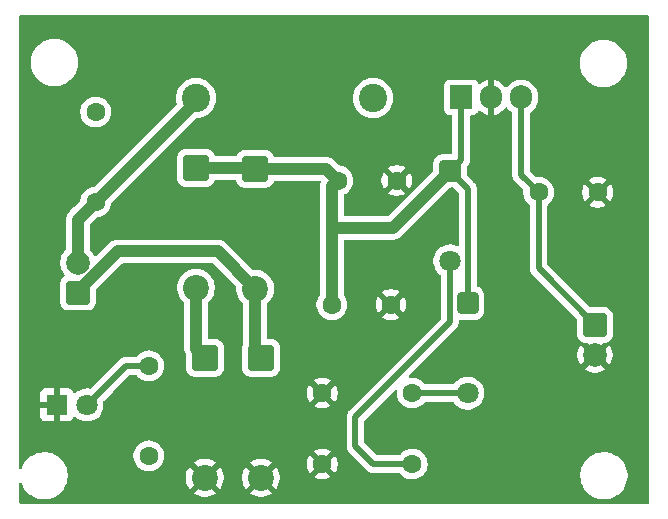
<source format=gbr>
%TF.GenerationSoftware,KiCad,Pcbnew,9.0.5*%
%TF.CreationDate,2025-10-12T15:19:20+05:30*%
%TF.ProjectId,transformerless power supply ,7472616e-7366-46f7-926d-65726c657373,rev?*%
%TF.SameCoordinates,Original*%
%TF.FileFunction,Copper,L2,Bot*%
%TF.FilePolarity,Positive*%
%FSLAX46Y46*%
G04 Gerber Fmt 4.6, Leading zero omitted, Abs format (unit mm)*
G04 Created by KiCad (PCBNEW 9.0.5) date 2025-10-12 15:19:20*
%MOMM*%
%LPD*%
G01*
G04 APERTURE LIST*
G04 Aperture macros list*
%AMRoundRect*
0 Rectangle with rounded corners*
0 $1 Rounding radius*
0 $2 $3 $4 $5 $6 $7 $8 $9 X,Y pos of 4 corners*
0 Add a 4 corners polygon primitive as box body*
4,1,4,$2,$3,$4,$5,$6,$7,$8,$9,$2,$3,0*
0 Add four circle primitives for the rounded corners*
1,1,$1+$1,$2,$3*
1,1,$1+$1,$4,$5*
1,1,$1+$1,$6,$7*
1,1,$1+$1,$8,$9*
0 Add four rect primitives between the rounded corners*
20,1,$1+$1,$2,$3,$4,$5,0*
20,1,$1+$1,$4,$5,$6,$7,0*
20,1,$1+$1,$6,$7,$8,$9,0*
20,1,$1+$1,$8,$9,$2,$3,0*%
G04 Aperture macros list end*
%TA.AperFunction,ComponentPad*%
%ADD10RoundRect,0.249999X-0.850001X0.850001X-0.850001X-0.850001X0.850001X-0.850001X0.850001X0.850001X0*%
%TD*%
%TA.AperFunction,ComponentPad*%
%ADD11C,2.200000*%
%TD*%
%TA.AperFunction,ComponentPad*%
%ADD12RoundRect,0.250000X-0.650000X0.650000X-0.650000X-0.650000X0.650000X-0.650000X0.650000X0.650000X0*%
%TD*%
%TA.AperFunction,ComponentPad*%
%ADD13C,1.800000*%
%TD*%
%TA.AperFunction,ComponentPad*%
%ADD14C,1.600000*%
%TD*%
%TA.AperFunction,ComponentPad*%
%ADD15RoundRect,0.250000X-0.750000X0.750000X-0.750000X-0.750000X0.750000X-0.750000X0.750000X0.750000X0*%
%TD*%
%TA.AperFunction,ComponentPad*%
%ADD16C,2.000000*%
%TD*%
%TA.AperFunction,ComponentPad*%
%ADD17R,1.905000X2.000000*%
%TD*%
%TA.AperFunction,ComponentPad*%
%ADD18O,1.905000X2.000000*%
%TD*%
%TA.AperFunction,ComponentPad*%
%ADD19C,2.400000*%
%TD*%
%TA.AperFunction,ComponentPad*%
%ADD20R,1.800000X1.800000*%
%TD*%
%TA.AperFunction,ComponentPad*%
%ADD21RoundRect,0.250000X0.750000X-0.750000X0.750000X0.750000X-0.750000X0.750000X-0.750000X-0.750000X0*%
%TD*%
%TA.AperFunction,Conductor*%
%ADD22C,1.000000*%
%TD*%
%TA.AperFunction,Conductor*%
%ADD23C,0.500000*%
%TD*%
G04 APERTURE END LIST*
D10*
%TO.P,D1,1,K*%
%TO.N,Net-(D1-K)*%
X64521750Y-88420000D03*
D11*
%TO.P,D1,2,A*%
%TO.N,Net-(D1-A)*%
X64521750Y-98580000D03*
%TD*%
D10*
%TO.P,D4,1,K*%
%TO.N,Net-(D3-A)*%
X70021750Y-104500000D03*
D11*
%TO.P,D4,2,A*%
%TO.N,GND*%
X70021750Y-114660000D03*
%TD*%
D12*
%TO.P,D6,1,K*%
%TO.N,Net-(D1-K)*%
X87521750Y-99880000D03*
D13*
%TO.P,D6,2,A*%
%TO.N,Net-(D6-A)*%
X87521750Y-107500000D03*
%TD*%
D14*
%TO.P,R3,1*%
%TO.N,Net-(D5-A)*%
X82831750Y-113500000D03*
%TO.P,R3,2*%
%TO.N,GND*%
X75211750Y-113500000D03*
%TD*%
%TO.P,R1,1*%
%TO.N,Net-(D1-K)*%
X60521750Y-112810000D03*
%TO.P,R1,2*%
%TO.N,Net-(D7-A)*%
X60521750Y-105190000D03*
%TD*%
%TO.P,C2,1*%
%TO.N,Net-(D1-K)*%
X76521750Y-89500000D03*
%TO.P,C2,2*%
%TO.N,GND*%
X81521750Y-89500000D03*
%TD*%
D15*
%TO.P,J2,1,Pin_1*%
%TO.N,/5v*%
X98304250Y-101725000D03*
D16*
%TO.P,J2,2,Pin_2*%
%TO.N,GND*%
X98304250Y-104265000D03*
%TD*%
D17*
%TO.P,U1,1,VI*%
%TO.N,Net-(D1-K)*%
X86981750Y-82450000D03*
D18*
%TO.P,U1,2,GND*%
%TO.N,GND*%
X89521750Y-82450000D03*
%TO.P,U1,3,VO*%
%TO.N,/5v*%
X92061750Y-82450000D03*
%TD*%
D10*
%TO.P,D3,1,K*%
%TO.N,Net-(D1-K)*%
X69521750Y-88500000D03*
D11*
%TO.P,D3,2,A*%
%TO.N,Net-(D3-A)*%
X69521750Y-98660000D03*
%TD*%
D14*
%TO.P,R2,1*%
%TO.N,Net-(J1-Pin_2)*%
X56021750Y-91310000D03*
%TO.P,R2,2*%
%TO.N,Net-(D1-A)*%
X56021750Y-83690000D03*
%TD*%
D19*
%TO.P,C1,1*%
%TO.N,Net-(J1-Pin_2)*%
X64521750Y-82500000D03*
%TO.P,C1,2*%
%TO.N,Net-(D1-A)*%
X79521750Y-82500000D03*
%TD*%
D14*
%TO.P,C3,1*%
%TO.N,Net-(D1-K)*%
X76021750Y-100000000D03*
%TO.P,C3,2*%
%TO.N,GND*%
X81021750Y-100000000D03*
%TD*%
%TO.P,R4,1*%
%TO.N,Net-(D6-A)*%
X82831750Y-107500000D03*
%TO.P,R4,2*%
%TO.N,GND*%
X75211750Y-107500000D03*
%TD*%
%TO.P,C4,1*%
%TO.N,/5v*%
X93521750Y-90500000D03*
%TO.P,C4,2*%
%TO.N,GND*%
X98521750Y-90500000D03*
%TD*%
D10*
%TO.P,D2,1,K*%
%TO.N,Net-(D1-A)*%
X65271750Y-104500000D03*
D11*
%TO.P,D2,2,A*%
%TO.N,GND*%
X65271750Y-114660000D03*
%TD*%
D12*
%TO.P,D5,1,K*%
%TO.N,Net-(D1-K)*%
X86021750Y-88690000D03*
D13*
%TO.P,D5,2,A*%
%TO.N,Net-(D5-A)*%
X86021750Y-96310000D03*
%TD*%
D20*
%TO.P,D7,1,K*%
%TO.N,GND*%
X52746750Y-108500000D03*
D13*
%TO.P,D7,2,A*%
%TO.N,Net-(D7-A)*%
X55286750Y-108500000D03*
%TD*%
D21*
%TO.P,J1,1,Pin_1*%
%TO.N,Net-(D3-A)*%
X54521750Y-99000000D03*
D16*
%TO.P,J1,2,Pin_2*%
%TO.N,Net-(J1-Pin_2)*%
X54521750Y-96460000D03*
%TD*%
D22*
%TO.N,Net-(D1-A)*%
X64521750Y-98580000D02*
X64521750Y-103750000D01*
X64521750Y-103750000D02*
X65271750Y-104500000D01*
%TO.N,Net-(J1-Pin_2)*%
X54521750Y-96460000D02*
X54521750Y-92810000D01*
X54521750Y-92810000D02*
X56021750Y-91310000D01*
X64521750Y-82810000D02*
X64521750Y-82500000D01*
X56021750Y-91310000D02*
X64521750Y-82810000D01*
%TO.N,Net-(D1-K)*%
X81211750Y-93500000D02*
X76021750Y-93500000D01*
X75521750Y-88500000D02*
X76521750Y-89500000D01*
X76021750Y-90000000D02*
X76521750Y-89500000D01*
D23*
X86981750Y-87730000D02*
X86021750Y-88690000D01*
X86981750Y-82450000D02*
X86981750Y-87730000D01*
X86021750Y-88690000D02*
X87521750Y-90190000D01*
D22*
X76021750Y-93500000D02*
X76021750Y-90000000D01*
X76021750Y-100000000D02*
X76021750Y-93500000D01*
X69441750Y-88420000D02*
X69521750Y-88500000D01*
X69521750Y-88500000D02*
X75521750Y-88500000D01*
X64521750Y-88420000D02*
X69441750Y-88420000D01*
X86021750Y-88690000D02*
X81211750Y-93500000D01*
D23*
X87521750Y-90190000D02*
X87521750Y-99880000D01*
%TO.N,/5v*%
X93521750Y-96942500D02*
X98304250Y-101725000D01*
X93521750Y-90500000D02*
X93521750Y-96942500D01*
X92061750Y-89040000D02*
X93521750Y-90500000D01*
X92061750Y-82450000D02*
X92061750Y-89040000D01*
D22*
%TO.N,Net-(D3-A)*%
X69521750Y-98660000D02*
X69521750Y-104000000D01*
X54521750Y-99000000D02*
X54521750Y-98865578D01*
X66361750Y-95500000D02*
X69521750Y-98660000D01*
X69521750Y-104000000D02*
X70021750Y-104500000D01*
X54521750Y-98865578D02*
X57887328Y-95500000D01*
X57887328Y-95500000D02*
X66361750Y-95500000D01*
D23*
%TO.N,Net-(D5-A)*%
X78021750Y-112000000D02*
X79521750Y-113500000D01*
X86021750Y-96310000D02*
X86021750Y-101500000D01*
X79521750Y-113500000D02*
X82831750Y-113500000D01*
X86021750Y-101500000D02*
X78021750Y-109500000D01*
X78021750Y-109500000D02*
X78021750Y-112000000D01*
%TO.N,Net-(D6-A)*%
X82831750Y-107500000D02*
X87521750Y-107500000D01*
%TO.N,Net-(D7-A)*%
X58596750Y-105190000D02*
X60521750Y-105190000D01*
X55286750Y-108500000D02*
X58596750Y-105190000D01*
%TD*%
%TA.AperFunction,Conductor*%
%TO.N,GND*%
G36*
X102825561Y-75520185D02*
G01*
X102871316Y-75572989D01*
X102882522Y-75624500D01*
X102882522Y-116736772D01*
X102862837Y-116803811D01*
X102810033Y-116849566D01*
X102758522Y-116860772D01*
X49646250Y-116860772D01*
X49579211Y-116841087D01*
X49533456Y-116788283D01*
X49522250Y-116736772D01*
X49522250Y-115191732D01*
X49541935Y-115124693D01*
X49594739Y-115078938D01*
X49663897Y-115068994D01*
X49727453Y-115098019D01*
X49760811Y-115144279D01*
X49861221Y-115386690D01*
X49861225Y-115386700D01*
X49992342Y-115613803D01*
X50151985Y-115821851D01*
X50151993Y-115821860D01*
X50337407Y-116007274D01*
X50337415Y-116007281D01*
X50545463Y-116166924D01*
X50772566Y-116298041D01*
X50772576Y-116298046D01*
X51014838Y-116398394D01*
X51014848Y-116398398D01*
X51268151Y-116466270D01*
X51528147Y-116500500D01*
X51528154Y-116500500D01*
X51790380Y-116500500D01*
X51790387Y-116500500D01*
X52050383Y-116466270D01*
X52303686Y-116398398D01*
X52545964Y-116298043D01*
X52773070Y-116166924D01*
X52981118Y-116007282D01*
X52981122Y-116007277D01*
X52981127Y-116007274D01*
X53166541Y-115821860D01*
X53166544Y-115821855D01*
X53166549Y-115821851D01*
X53326191Y-115613803D01*
X53457310Y-115386697D01*
X53557665Y-115144419D01*
X53625537Y-114891116D01*
X53659767Y-114631120D01*
X53659767Y-114534071D01*
X63671750Y-114534071D01*
X63671750Y-114785928D01*
X63711147Y-115034669D01*
X63788969Y-115274184D01*
X63903307Y-115498583D01*
X63977498Y-115600697D01*
X63977498Y-115600698D01*
X64747962Y-114830233D01*
X64759232Y-114872292D01*
X64831640Y-114997708D01*
X64934042Y-115100110D01*
X65059458Y-115172518D01*
X65101515Y-115183787D01*
X64331050Y-115954250D01*
X64433166Y-116028442D01*
X64657565Y-116142780D01*
X64897080Y-116220602D01*
X65145822Y-116260000D01*
X65397678Y-116260000D01*
X65646419Y-116220602D01*
X65885934Y-116142780D01*
X66110325Y-116028446D01*
X66110331Y-116028442D01*
X66212447Y-115954250D01*
X66212448Y-115954250D01*
X65441984Y-115183787D01*
X65484042Y-115172518D01*
X65609458Y-115100110D01*
X65711860Y-114997708D01*
X65784268Y-114872292D01*
X65795537Y-114830235D01*
X66566000Y-115600698D01*
X66566000Y-115600697D01*
X66640192Y-115498581D01*
X66640196Y-115498575D01*
X66754530Y-115274184D01*
X66832352Y-115034669D01*
X66871750Y-114785928D01*
X66871750Y-114534071D01*
X68421750Y-114534071D01*
X68421750Y-114785928D01*
X68461147Y-115034669D01*
X68538969Y-115274184D01*
X68653307Y-115498583D01*
X68727498Y-115600697D01*
X68727498Y-115600698D01*
X69497962Y-114830233D01*
X69509232Y-114872292D01*
X69581640Y-114997708D01*
X69684042Y-115100110D01*
X69809458Y-115172518D01*
X69851515Y-115183787D01*
X69081050Y-115954250D01*
X69183166Y-116028442D01*
X69407565Y-116142780D01*
X69647080Y-116220602D01*
X69895822Y-116260000D01*
X70147678Y-116260000D01*
X70396419Y-116220602D01*
X70635934Y-116142780D01*
X70860325Y-116028446D01*
X70860331Y-116028442D01*
X70962447Y-115954250D01*
X70962448Y-115954250D01*
X70191984Y-115183787D01*
X70234042Y-115172518D01*
X70359458Y-115100110D01*
X70461860Y-114997708D01*
X70534268Y-114872292D01*
X70545537Y-114830235D01*
X71316000Y-115600698D01*
X71316000Y-115600697D01*
X71390192Y-115498581D01*
X71390196Y-115498575D01*
X71504530Y-115274184D01*
X71582352Y-115034669D01*
X71621750Y-114785928D01*
X71621750Y-114534071D01*
X71582352Y-114285330D01*
X71504530Y-114045815D01*
X71390192Y-113821416D01*
X71316000Y-113719301D01*
X71316000Y-113719300D01*
X70545537Y-114489764D01*
X70534268Y-114447708D01*
X70461860Y-114322292D01*
X70359458Y-114219890D01*
X70234042Y-114147482D01*
X70191982Y-114136212D01*
X70930514Y-113397682D01*
X73911750Y-113397682D01*
X73911750Y-113602317D01*
X73943759Y-113804417D01*
X74006994Y-113999031D01*
X74099891Y-114181350D01*
X74099897Y-114181359D01*
X74132273Y-114225921D01*
X74132274Y-114225922D01*
X74811750Y-113546446D01*
X74811750Y-113552661D01*
X74839009Y-113654394D01*
X74891670Y-113745606D01*
X74966144Y-113820080D01*
X75057356Y-113872741D01*
X75159089Y-113900000D01*
X75165303Y-113900000D01*
X74485826Y-114579474D01*
X74530400Y-114611859D01*
X74712718Y-114704755D01*
X74907332Y-114767990D01*
X75109433Y-114800000D01*
X75314067Y-114800000D01*
X75516167Y-114767990D01*
X75710781Y-114704755D01*
X75893099Y-114611859D01*
X75937671Y-114579474D01*
X75258197Y-113900000D01*
X75264411Y-113900000D01*
X75366144Y-113872741D01*
X75457356Y-113820080D01*
X75531830Y-113745606D01*
X75584491Y-113654394D01*
X75611750Y-113552661D01*
X75611750Y-113546447D01*
X76291224Y-114225921D01*
X76323609Y-114181349D01*
X76416505Y-113999031D01*
X76479740Y-113804417D01*
X76511750Y-113602317D01*
X76511750Y-113397682D01*
X76479740Y-113195582D01*
X76416505Y-113000968D01*
X76323609Y-112818650D01*
X76291224Y-112774077D01*
X76291224Y-112774076D01*
X75611750Y-113453551D01*
X75611750Y-113447339D01*
X75584491Y-113345606D01*
X75531830Y-113254394D01*
X75457356Y-113179920D01*
X75366144Y-113127259D01*
X75264411Y-113100000D01*
X75258196Y-113100000D01*
X75937672Y-112420524D01*
X75937671Y-112420523D01*
X75893109Y-112388147D01*
X75893100Y-112388141D01*
X75710781Y-112295244D01*
X75516167Y-112232009D01*
X75314067Y-112200000D01*
X75109433Y-112200000D01*
X74907332Y-112232009D01*
X74712718Y-112295244D01*
X74530394Y-112388143D01*
X74485827Y-112420523D01*
X74485827Y-112420524D01*
X75165304Y-113100000D01*
X75159089Y-113100000D01*
X75057356Y-113127259D01*
X74966144Y-113179920D01*
X74891670Y-113254394D01*
X74839009Y-113345606D01*
X74811750Y-113447339D01*
X74811750Y-113453553D01*
X74132274Y-112774077D01*
X74132273Y-112774077D01*
X74099893Y-112818644D01*
X74006994Y-113000968D01*
X73943759Y-113195582D01*
X73911750Y-113397682D01*
X70930514Y-113397682D01*
X70962448Y-113365748D01*
X70860333Y-113291557D01*
X70635934Y-113177219D01*
X70396419Y-113099397D01*
X70147678Y-113060000D01*
X69895822Y-113060000D01*
X69647080Y-113099397D01*
X69407565Y-113177219D01*
X69183163Y-113291559D01*
X69081051Y-113365747D01*
X69081050Y-113365748D01*
X69851515Y-114136212D01*
X69809458Y-114147482D01*
X69684042Y-114219890D01*
X69581640Y-114322292D01*
X69509232Y-114447708D01*
X69497962Y-114489765D01*
X68727498Y-113719300D01*
X68727497Y-113719301D01*
X68653309Y-113821413D01*
X68538969Y-114045815D01*
X68461147Y-114285330D01*
X68421750Y-114534071D01*
X66871750Y-114534071D01*
X66832352Y-114285330D01*
X66754530Y-114045815D01*
X66640192Y-113821416D01*
X66566000Y-113719301D01*
X66566000Y-113719300D01*
X65795537Y-114489764D01*
X65784268Y-114447708D01*
X65711860Y-114322292D01*
X65609458Y-114219890D01*
X65484042Y-114147482D01*
X65441982Y-114136212D01*
X66212448Y-113365748D01*
X66110333Y-113291557D01*
X65885934Y-113177219D01*
X65646419Y-113099397D01*
X65397678Y-113060000D01*
X65145822Y-113060000D01*
X64897080Y-113099397D01*
X64657565Y-113177219D01*
X64433163Y-113291559D01*
X64331051Y-113365747D01*
X64331050Y-113365748D01*
X65101515Y-114136212D01*
X65059458Y-114147482D01*
X64934042Y-114219890D01*
X64831640Y-114322292D01*
X64759232Y-114447708D01*
X64747962Y-114489765D01*
X63977498Y-113719300D01*
X63977497Y-113719301D01*
X63903309Y-113821413D01*
X63788969Y-114045815D01*
X63711147Y-114285330D01*
X63671750Y-114534071D01*
X53659767Y-114534071D01*
X53659767Y-114368880D01*
X53625537Y-114108884D01*
X53557665Y-113855581D01*
X53556825Y-113853553D01*
X53457313Y-113613309D01*
X53457308Y-113613299D01*
X53326191Y-113386196D01*
X53166548Y-113178148D01*
X53166541Y-113178140D01*
X52981127Y-112992726D01*
X52981118Y-112992718D01*
X52773070Y-112833075D01*
X52733384Y-112810163D01*
X52555822Y-112707648D01*
X59221250Y-112707648D01*
X59221250Y-112912351D01*
X59253272Y-113114534D01*
X59316531Y-113309223D01*
X59409465Y-113491613D01*
X59529778Y-113657213D01*
X59674536Y-113801971D01*
X59829499Y-113914556D01*
X59840140Y-113922287D01*
X59950297Y-113978415D01*
X60022526Y-114015218D01*
X60022528Y-114015218D01*
X60022531Y-114015220D01*
X60116693Y-114045815D01*
X60217215Y-114078477D01*
X60318307Y-114094488D01*
X60419398Y-114110500D01*
X60419399Y-114110500D01*
X60624101Y-114110500D01*
X60624102Y-114110500D01*
X60826284Y-114078477D01*
X61020969Y-114015220D01*
X61203360Y-113922287D01*
X61297965Y-113853553D01*
X61368963Y-113801971D01*
X61368965Y-113801968D01*
X61368969Y-113801966D01*
X61513716Y-113657219D01*
X61513718Y-113657215D01*
X61513721Y-113657213D01*
X61627941Y-113500000D01*
X61634037Y-113491610D01*
X61708430Y-113345606D01*
X61726967Y-113309226D01*
X61726967Y-113309222D01*
X61726970Y-113309219D01*
X61790227Y-113114534D01*
X61822250Y-112912352D01*
X61822250Y-112707648D01*
X61790227Y-112505466D01*
X61726970Y-112310781D01*
X61726968Y-112310778D01*
X61726968Y-112310776D01*
X61693253Y-112244607D01*
X61634037Y-112128390D01*
X61594461Y-112073918D01*
X61513721Y-111962786D01*
X61368963Y-111818028D01*
X61203363Y-111697715D01*
X61203362Y-111697714D01*
X61203360Y-111697713D01*
X61137446Y-111664128D01*
X61020973Y-111604781D01*
X60826284Y-111541522D01*
X60651745Y-111513878D01*
X60624102Y-111509500D01*
X60419398Y-111509500D01*
X60395079Y-111513351D01*
X60217215Y-111541522D01*
X60022526Y-111604781D01*
X59840136Y-111697715D01*
X59674536Y-111818028D01*
X59529778Y-111962786D01*
X59409465Y-112128386D01*
X59316531Y-112310776D01*
X59253272Y-112505465D01*
X59221250Y-112707648D01*
X52555822Y-112707648D01*
X52545967Y-112701958D01*
X52545957Y-112701953D01*
X52303695Y-112601605D01*
X52303688Y-112601603D01*
X52303686Y-112601602D01*
X52050383Y-112533730D01*
X51992606Y-112526123D01*
X51790394Y-112499500D01*
X51790387Y-112499500D01*
X51528147Y-112499500D01*
X51528139Y-112499500D01*
X51297039Y-112529926D01*
X51268151Y-112533730D01*
X51014848Y-112601602D01*
X51014838Y-112601605D01*
X50772576Y-112701953D01*
X50772566Y-112701958D01*
X50545463Y-112833075D01*
X50337415Y-112992718D01*
X50151985Y-113178148D01*
X49992342Y-113386196D01*
X49861225Y-113613299D01*
X49861220Y-113613309D01*
X49760811Y-113855720D01*
X49716970Y-113910123D01*
X49650676Y-113932188D01*
X49582976Y-113914909D01*
X49535366Y-113863771D01*
X49522250Y-113808267D01*
X49522250Y-107552155D01*
X51346750Y-107552155D01*
X51346750Y-108250000D01*
X52371472Y-108250000D01*
X52327417Y-108326306D01*
X52296750Y-108440756D01*
X52296750Y-108559244D01*
X52327417Y-108673694D01*
X52371472Y-108750000D01*
X51346750Y-108750000D01*
X51346750Y-109447844D01*
X51353151Y-109507372D01*
X51353153Y-109507379D01*
X51403395Y-109642086D01*
X51403399Y-109642093D01*
X51489559Y-109757187D01*
X51489562Y-109757190D01*
X51604656Y-109843350D01*
X51604663Y-109843354D01*
X51739370Y-109893596D01*
X51739377Y-109893598D01*
X51798905Y-109899999D01*
X51798922Y-109900000D01*
X52496750Y-109900000D01*
X52496750Y-108875277D01*
X52573056Y-108919333D01*
X52687506Y-108950000D01*
X52805994Y-108950000D01*
X52920444Y-108919333D01*
X52996750Y-108875277D01*
X52996750Y-109900000D01*
X53694578Y-109900000D01*
X53694594Y-109899999D01*
X53754122Y-109893598D01*
X53754129Y-109893596D01*
X53888836Y-109843354D01*
X53888843Y-109843350D01*
X54003937Y-109757190D01*
X54003940Y-109757187D01*
X54090100Y-109642093D01*
X54090104Y-109642086D01*
X54119963Y-109562031D01*
X54161834Y-109506097D01*
X54227298Y-109481680D01*
X54295571Y-109496531D01*
X54323826Y-109517683D01*
X54374386Y-109568243D01*
X54374391Y-109568247D01*
X54529942Y-109681260D01*
X54552728Y-109697815D01*
X54669251Y-109757187D01*
X54749143Y-109797895D01*
X54749146Y-109797896D01*
X54789068Y-109810867D01*
X54958799Y-109866015D01*
X55176528Y-109900500D01*
X55176529Y-109900500D01*
X55396971Y-109900500D01*
X55396972Y-109900500D01*
X55614701Y-109866015D01*
X55824356Y-109797895D01*
X56020772Y-109697815D01*
X56199115Y-109568242D01*
X56354992Y-109412365D01*
X56484565Y-109234022D01*
X56584645Y-109037606D01*
X56652765Y-108827951D01*
X56687250Y-108610222D01*
X56687250Y-108389778D01*
X56665834Y-108254566D01*
X56674788Y-108185276D01*
X56700623Y-108147493D01*
X57450435Y-107397682D01*
X73911750Y-107397682D01*
X73911750Y-107602317D01*
X73943759Y-107804417D01*
X74006994Y-107999031D01*
X74099891Y-108181350D01*
X74099897Y-108181359D01*
X74132273Y-108225921D01*
X74132274Y-108225922D01*
X74811750Y-107546446D01*
X74811750Y-107552661D01*
X74839009Y-107654394D01*
X74891670Y-107745606D01*
X74966144Y-107820080D01*
X75057356Y-107872741D01*
X75159089Y-107900000D01*
X75165303Y-107900000D01*
X74485826Y-108579474D01*
X74530400Y-108611859D01*
X74712718Y-108704755D01*
X74907332Y-108767990D01*
X75109433Y-108800000D01*
X75314067Y-108800000D01*
X75516167Y-108767990D01*
X75710781Y-108704755D01*
X75893099Y-108611859D01*
X75937671Y-108579474D01*
X75258197Y-107900000D01*
X75264411Y-107900000D01*
X75366144Y-107872741D01*
X75457356Y-107820080D01*
X75531830Y-107745606D01*
X75584491Y-107654394D01*
X75611750Y-107552661D01*
X75611750Y-107546447D01*
X76291224Y-108225921D01*
X76323609Y-108181349D01*
X76416505Y-107999031D01*
X76479740Y-107804417D01*
X76511750Y-107602317D01*
X76511750Y-107397682D01*
X76479740Y-107195582D01*
X76416505Y-107000968D01*
X76323609Y-106818650D01*
X76291224Y-106774077D01*
X76291224Y-106774076D01*
X75611750Y-107453551D01*
X75611750Y-107447339D01*
X75584491Y-107345606D01*
X75531830Y-107254394D01*
X75457356Y-107179920D01*
X75366144Y-107127259D01*
X75264411Y-107100000D01*
X75258196Y-107100000D01*
X75937672Y-106420524D01*
X75937671Y-106420523D01*
X75893109Y-106388147D01*
X75893100Y-106388141D01*
X75710781Y-106295244D01*
X75516167Y-106232009D01*
X75314067Y-106200000D01*
X75109433Y-106200000D01*
X74907332Y-106232009D01*
X74712718Y-106295244D01*
X74530394Y-106388143D01*
X74485827Y-106420523D01*
X74485827Y-106420524D01*
X75165304Y-107100000D01*
X75159089Y-107100000D01*
X75057356Y-107127259D01*
X74966144Y-107179920D01*
X74891670Y-107254394D01*
X74839009Y-107345606D01*
X74811750Y-107447339D01*
X74811750Y-107453553D01*
X74132274Y-106774077D01*
X74132273Y-106774077D01*
X74099893Y-106818644D01*
X74006994Y-107000968D01*
X73943759Y-107195582D01*
X73911750Y-107397682D01*
X57450435Y-107397682D01*
X58871299Y-105976819D01*
X58932622Y-105943334D01*
X58958980Y-105940500D01*
X59396332Y-105940500D01*
X59463371Y-105960185D01*
X59496650Y-105991615D01*
X59529778Y-106037212D01*
X59529782Y-106037217D01*
X59674536Y-106181971D01*
X59829499Y-106294556D01*
X59840140Y-106302287D01*
X59948105Y-106357298D01*
X60022526Y-106395218D01*
X60022528Y-106395218D01*
X60022531Y-106395220D01*
X60100406Y-106420523D01*
X60217215Y-106458477D01*
X60318307Y-106474488D01*
X60419398Y-106490500D01*
X60419399Y-106490500D01*
X60624101Y-106490500D01*
X60624102Y-106490500D01*
X60826284Y-106458477D01*
X61020969Y-106395220D01*
X61203360Y-106302287D01*
X61300759Y-106231523D01*
X61368963Y-106181971D01*
X61368965Y-106181968D01*
X61368969Y-106181966D01*
X61513716Y-106037219D01*
X61513718Y-106037215D01*
X61513721Y-106037213D01*
X61583986Y-105940500D01*
X61634037Y-105871610D01*
X61726970Y-105689219D01*
X61790227Y-105494534D01*
X61822250Y-105292352D01*
X61822250Y-105087648D01*
X61790227Y-104885466D01*
X61726970Y-104690781D01*
X61726968Y-104690778D01*
X61726968Y-104690776D01*
X61659219Y-104557813D01*
X61634037Y-104508390D01*
X61583986Y-104439500D01*
X61513721Y-104342786D01*
X61368963Y-104198028D01*
X61203363Y-104077715D01*
X61203362Y-104077714D01*
X61203360Y-104077713D01*
X61146403Y-104048691D01*
X61020973Y-103984781D01*
X60826284Y-103921522D01*
X60651745Y-103893878D01*
X60624102Y-103889500D01*
X60419398Y-103889500D01*
X60395079Y-103893351D01*
X60217215Y-103921522D01*
X60022526Y-103984781D01*
X59840136Y-104077715D01*
X59674536Y-104198028D01*
X59529782Y-104342782D01*
X59529778Y-104342787D01*
X59496650Y-104388385D01*
X59441321Y-104431051D01*
X59396332Y-104439500D01*
X58522830Y-104439500D01*
X58377842Y-104468340D01*
X58377836Y-104468342D01*
X58241258Y-104524914D01*
X58241246Y-104524921D01*
X58192019Y-104557813D01*
X58118338Y-104607044D01*
X58118330Y-104607050D01*
X55639258Y-107086122D01*
X55577935Y-107119607D01*
X55532179Y-107120914D01*
X55396977Y-107099500D01*
X55396972Y-107099500D01*
X55176528Y-107099500D01*
X55103951Y-107110995D01*
X54958797Y-107133985D01*
X54749146Y-107202103D01*
X54749143Y-107202104D01*
X54552724Y-107302187D01*
X54374391Y-107431752D01*
X54374386Y-107431756D01*
X54323825Y-107482317D01*
X54262502Y-107515801D01*
X54192810Y-107510816D01*
X54136877Y-107468945D01*
X54119963Y-107437968D01*
X54090104Y-107357913D01*
X54090100Y-107357906D01*
X54003940Y-107242812D01*
X54003937Y-107242809D01*
X53888843Y-107156649D01*
X53888836Y-107156645D01*
X53754129Y-107106403D01*
X53754122Y-107106401D01*
X53694594Y-107100000D01*
X52996750Y-107100000D01*
X52996750Y-108124722D01*
X52920444Y-108080667D01*
X52805994Y-108050000D01*
X52687506Y-108050000D01*
X52573056Y-108080667D01*
X52496750Y-108124722D01*
X52496750Y-107100000D01*
X51798905Y-107100000D01*
X51739377Y-107106401D01*
X51739370Y-107106403D01*
X51604663Y-107156645D01*
X51604656Y-107156649D01*
X51489562Y-107242809D01*
X51489559Y-107242812D01*
X51403399Y-107357906D01*
X51403395Y-107357913D01*
X51353153Y-107492620D01*
X51353151Y-107492627D01*
X51346750Y-107552155D01*
X49522250Y-107552155D01*
X49522250Y-96341902D01*
X53021250Y-96341902D01*
X53021250Y-96578097D01*
X53058196Y-96811368D01*
X53131183Y-97035996D01*
X53163240Y-97098910D01*
X53238407Y-97246433D01*
X53377233Y-97437510D01*
X53377240Y-97437517D01*
X53380397Y-97441214D01*
X53378614Y-97442736D01*
X53407476Y-97495591D01*
X53402492Y-97565283D01*
X53360620Y-97621216D01*
X53351408Y-97627487D01*
X53303094Y-97657287D01*
X53179039Y-97781342D01*
X53086937Y-97930663D01*
X53086935Y-97930668D01*
X53075353Y-97965621D01*
X53031751Y-98097203D01*
X53031751Y-98097204D01*
X53031750Y-98097204D01*
X53021250Y-98199983D01*
X53021250Y-99800001D01*
X53021251Y-99800018D01*
X53031750Y-99902796D01*
X53031751Y-99902799D01*
X53086935Y-100069331D01*
X53086937Y-100069336D01*
X53121819Y-100125888D01*
X53179038Y-100218656D01*
X53303094Y-100342712D01*
X53452416Y-100434814D01*
X53618953Y-100489999D01*
X53721741Y-100500500D01*
X55321758Y-100500499D01*
X55334289Y-100499219D01*
X55339645Y-100498671D01*
X55424547Y-100489999D01*
X55591084Y-100434814D01*
X55740406Y-100342712D01*
X55864462Y-100218656D01*
X55956564Y-100069334D01*
X56011749Y-99902797D01*
X56022250Y-99800009D01*
X56022249Y-98831358D01*
X56041933Y-98764320D01*
X56058563Y-98743683D01*
X56348208Y-98454038D01*
X62921250Y-98454038D01*
X62921250Y-98705962D01*
X62955233Y-98920523D01*
X62960660Y-98954785D01*
X63038510Y-99194383D01*
X63152882Y-99418848D01*
X63300951Y-99622649D01*
X63300955Y-99622654D01*
X63482539Y-99804238D01*
X63481464Y-99805312D01*
X63515975Y-99858180D01*
X63521250Y-99893962D01*
X63521250Y-103848541D01*
X63521250Y-103848543D01*
X63521249Y-103848543D01*
X63559697Y-104041829D01*
X63559700Y-104041839D01*
X63635114Y-104223907D01*
X63635119Y-104223916D01*
X63650351Y-104246711D01*
X63671230Y-104313388D01*
X63671250Y-104315604D01*
X63671250Y-105400017D01*
X63681750Y-105502796D01*
X63736935Y-105669332D01*
X63736937Y-105669337D01*
X63749203Y-105689223D01*
X63829038Y-105818656D01*
X63953094Y-105942712D01*
X64102415Y-106034814D01*
X64268952Y-106089999D01*
X64371740Y-106100500D01*
X64371745Y-106100500D01*
X66171755Y-106100500D01*
X66171760Y-106100500D01*
X66274548Y-106089999D01*
X66441085Y-106034814D01*
X66590406Y-105942712D01*
X66714462Y-105818656D01*
X66806564Y-105669335D01*
X66861749Y-105502798D01*
X66872250Y-105400010D01*
X66872250Y-103599990D01*
X66861749Y-103497202D01*
X66806564Y-103330665D01*
X66714462Y-103181344D01*
X66590406Y-103057288D01*
X66441085Y-102965186D01*
X66274548Y-102910001D01*
X66274546Y-102910000D01*
X66171767Y-102899500D01*
X66171760Y-102899500D01*
X65646250Y-102899500D01*
X65579211Y-102879815D01*
X65533456Y-102827011D01*
X65522250Y-102775500D01*
X65522250Y-99893962D01*
X65541935Y-99826923D01*
X65561373Y-99804650D01*
X65560961Y-99804238D01*
X65610805Y-99754394D01*
X65742543Y-99622656D01*
X65890620Y-99418845D01*
X66004991Y-99194379D01*
X66082840Y-98954785D01*
X66122250Y-98705962D01*
X66122250Y-98454038D01*
X66082840Y-98205215D01*
X66004991Y-97965621D01*
X66004989Y-97965618D01*
X66004989Y-97965616D01*
X65911096Y-97781342D01*
X65890620Y-97741155D01*
X65829687Y-97657288D01*
X65742548Y-97537350D01*
X65742544Y-97537345D01*
X65564404Y-97359205D01*
X65564399Y-97359201D01*
X65360598Y-97211132D01*
X65360597Y-97211131D01*
X65360595Y-97211130D01*
X65263008Y-97161407D01*
X65136133Y-97096760D01*
X64896535Y-97018910D01*
X64880801Y-97016418D01*
X64647712Y-96979500D01*
X64395788Y-96979500D01*
X64271376Y-96999205D01*
X64146964Y-97018910D01*
X63907366Y-97096760D01*
X63682901Y-97211132D01*
X63479100Y-97359201D01*
X63479095Y-97359205D01*
X63300955Y-97537345D01*
X63300951Y-97537350D01*
X63152882Y-97741151D01*
X63038510Y-97965616D01*
X63012515Y-98045621D01*
X62960660Y-98205215D01*
X62921250Y-98454038D01*
X56348208Y-98454038D01*
X58265429Y-96536819D01*
X58326752Y-96503334D01*
X58353110Y-96500500D01*
X65895968Y-96500500D01*
X65963007Y-96520185D01*
X65983649Y-96536819D01*
X67885177Y-98438347D01*
X67918662Y-98499670D01*
X67920671Y-98529166D01*
X67921250Y-98529166D01*
X67921250Y-98785961D01*
X67960660Y-99034785D01*
X68038510Y-99274383D01*
X68152882Y-99498848D01*
X68300951Y-99702649D01*
X68300955Y-99702654D01*
X68482539Y-99884238D01*
X68481464Y-99885312D01*
X68515975Y-99938180D01*
X68521250Y-99973962D01*
X68521250Y-103239866D01*
X68502790Y-103304961D01*
X68486938Y-103330660D01*
X68486935Y-103330667D01*
X68465321Y-103395894D01*
X68431751Y-103497202D01*
X68431751Y-103497203D01*
X68431750Y-103497203D01*
X68421250Y-103599982D01*
X68421250Y-105400017D01*
X68431750Y-105502796D01*
X68486935Y-105669332D01*
X68486937Y-105669337D01*
X68499203Y-105689223D01*
X68579038Y-105818656D01*
X68703094Y-105942712D01*
X68852415Y-106034814D01*
X69018952Y-106089999D01*
X69121740Y-106100500D01*
X69121745Y-106100500D01*
X70921755Y-106100500D01*
X70921760Y-106100500D01*
X71024548Y-106089999D01*
X71191085Y-106034814D01*
X71340406Y-105942712D01*
X71464462Y-105818656D01*
X71556564Y-105669335D01*
X71611749Y-105502798D01*
X71622250Y-105400010D01*
X71622250Y-103599990D01*
X71611749Y-103497202D01*
X71556564Y-103330665D01*
X71464462Y-103181344D01*
X71340406Y-103057288D01*
X71191085Y-102965186D01*
X71024548Y-102910001D01*
X71024546Y-102910000D01*
X70921767Y-102899500D01*
X70921760Y-102899500D01*
X70646250Y-102899500D01*
X70579211Y-102879815D01*
X70533456Y-102827011D01*
X70522250Y-102775500D01*
X70522250Y-99973962D01*
X70541935Y-99906923D01*
X70561373Y-99884650D01*
X70560961Y-99884238D01*
X70645198Y-99800001D01*
X70742543Y-99702656D01*
X70890620Y-99498845D01*
X71004991Y-99274379D01*
X71082840Y-99034785D01*
X71122250Y-98785962D01*
X71122250Y-98534038D01*
X71082840Y-98285215D01*
X71004991Y-98045621D01*
X71004989Y-98045618D01*
X71004989Y-98045616D01*
X70963497Y-97964184D01*
X70890620Y-97821155D01*
X70771564Y-97657288D01*
X70742548Y-97617350D01*
X70742544Y-97617345D01*
X70564404Y-97439205D01*
X70564399Y-97439201D01*
X70360598Y-97291132D01*
X70360597Y-97291131D01*
X70360595Y-97291130D01*
X70272872Y-97246433D01*
X70136133Y-97176760D01*
X69896535Y-97098910D01*
X69647712Y-97059500D01*
X69395788Y-97059500D01*
X69390916Y-97059500D01*
X69390916Y-97057988D01*
X69329096Y-97044982D01*
X69300097Y-97023427D01*
X67143229Y-94866559D01*
X67143209Y-94866537D01*
X66999535Y-94722863D01*
X66999531Y-94722860D01*
X66835670Y-94613371D01*
X66835661Y-94613366D01*
X66763065Y-94583296D01*
X66706915Y-94560038D01*
X66653586Y-94537949D01*
X66653582Y-94537948D01*
X66653578Y-94537946D01*
X66556938Y-94518724D01*
X66460294Y-94499500D01*
X66460291Y-94499500D01*
X57788787Y-94499500D01*
X57788783Y-94499500D01*
X57692140Y-94518724D01*
X57595495Y-94537947D01*
X57595489Y-94537949D01*
X57542162Y-94560037D01*
X57542162Y-94560038D01*
X57496643Y-94578892D01*
X57413417Y-94613366D01*
X57413407Y-94613371D01*
X57249547Y-94722859D01*
X57179868Y-94792538D01*
X57110189Y-94862218D01*
X57110186Y-94862221D01*
X56092435Y-95879971D01*
X56031112Y-95913456D01*
X55961420Y-95908472D01*
X55905487Y-95866600D01*
X55894269Y-95848585D01*
X55805092Y-95673566D01*
X55666267Y-95482490D01*
X55558569Y-95374792D01*
X55525084Y-95313469D01*
X55522250Y-95287111D01*
X55522250Y-93275781D01*
X55541935Y-93208742D01*
X55558565Y-93188104D01*
X56109953Y-92636715D01*
X56171274Y-92603232D01*
X56178223Y-92601927D01*
X56326284Y-92578477D01*
X56520969Y-92515220D01*
X56703360Y-92422287D01*
X56821997Y-92336093D01*
X56868963Y-92301971D01*
X56868965Y-92301968D01*
X56868969Y-92301966D01*
X57013716Y-92157219D01*
X57013718Y-92157215D01*
X57013721Y-92157213D01*
X57066482Y-92084590D01*
X57134037Y-91991610D01*
X57226970Y-91809219D01*
X57290227Y-91614534D01*
X57313675Y-91466483D01*
X57343604Y-91403350D01*
X57348449Y-91398219D01*
X61226688Y-87519982D01*
X62921250Y-87519982D01*
X62921250Y-89320017D01*
X62931750Y-89422796D01*
X62957499Y-89500500D01*
X62986936Y-89589335D01*
X63079038Y-89738656D01*
X63203094Y-89862712D01*
X63352415Y-89954814D01*
X63518952Y-90009999D01*
X63621740Y-90020500D01*
X63621745Y-90020500D01*
X65421755Y-90020500D01*
X65421760Y-90020500D01*
X65524548Y-90009999D01*
X65691085Y-89954814D01*
X65840406Y-89862712D01*
X65964462Y-89738656D01*
X66056564Y-89589335D01*
X66084346Y-89505494D01*
X66124118Y-89448051D01*
X66188633Y-89421228D01*
X66202051Y-89420500D01*
X67814939Y-89420500D01*
X67881978Y-89440185D01*
X67927733Y-89492989D01*
X67932645Y-89505496D01*
X67986935Y-89669332D01*
X67986937Y-89669337D01*
X68010890Y-89708171D01*
X68079038Y-89818656D01*
X68203094Y-89942712D01*
X68352415Y-90034814D01*
X68518952Y-90089999D01*
X68621740Y-90100500D01*
X68621745Y-90100500D01*
X70421755Y-90100500D01*
X70421760Y-90100500D01*
X70524548Y-90089999D01*
X70691085Y-90034814D01*
X70840406Y-89942712D01*
X70964462Y-89818656D01*
X71056564Y-89669335D01*
X71084346Y-89585494D01*
X71124118Y-89528051D01*
X71188633Y-89501228D01*
X71202051Y-89500500D01*
X74960138Y-89500500D01*
X75027177Y-89520185D01*
X75072932Y-89572989D01*
X75082876Y-89642147D01*
X75074699Y-89671952D01*
X75059699Y-89708163D01*
X75059697Y-89708171D01*
X75021250Y-89901456D01*
X75021250Y-99124237D01*
X75001565Y-99191276D01*
X74997568Y-99197122D01*
X74909465Y-99318386D01*
X74816531Y-99500776D01*
X74753272Y-99695465D01*
X74721250Y-99897648D01*
X74721250Y-100102351D01*
X74753272Y-100304534D01*
X74816531Y-100499223D01*
X74857698Y-100580016D01*
X74909335Y-100681359D01*
X74909465Y-100681613D01*
X75029778Y-100847213D01*
X75174536Y-100991971D01*
X75294976Y-101079474D01*
X75340140Y-101112287D01*
X75456357Y-101171503D01*
X75522526Y-101205218D01*
X75522528Y-101205218D01*
X75522531Y-101205220D01*
X75584796Y-101225451D01*
X75717215Y-101268477D01*
X75793125Y-101280500D01*
X75919398Y-101300500D01*
X75919399Y-101300500D01*
X76124101Y-101300500D01*
X76124102Y-101300500D01*
X76326284Y-101268477D01*
X76520969Y-101205220D01*
X76703360Y-101112287D01*
X76859760Y-100998657D01*
X76868963Y-100991971D01*
X76868965Y-100991968D01*
X76868969Y-100991966D01*
X77013716Y-100847219D01*
X77013718Y-100847215D01*
X77013721Y-100847213D01*
X77066482Y-100774590D01*
X77134037Y-100681610D01*
X77226970Y-100499219D01*
X77290227Y-100304534D01*
X77322250Y-100102352D01*
X77322250Y-99897682D01*
X79721750Y-99897682D01*
X79721750Y-100102317D01*
X79753759Y-100304417D01*
X79816994Y-100499031D01*
X79909891Y-100681350D01*
X79909897Y-100681359D01*
X79942273Y-100725921D01*
X79942274Y-100725922D01*
X80621750Y-100046446D01*
X80621750Y-100052661D01*
X80649009Y-100154394D01*
X80701670Y-100245606D01*
X80776144Y-100320080D01*
X80867356Y-100372741D01*
X80969089Y-100400000D01*
X80975303Y-100400000D01*
X80295826Y-101079474D01*
X80340400Y-101111859D01*
X80522718Y-101204755D01*
X80717332Y-101267990D01*
X80919433Y-101300000D01*
X81124067Y-101300000D01*
X81326167Y-101267990D01*
X81520781Y-101204755D01*
X81703099Y-101111859D01*
X81747671Y-101079474D01*
X81068197Y-100400000D01*
X81074411Y-100400000D01*
X81176144Y-100372741D01*
X81267356Y-100320080D01*
X81341830Y-100245606D01*
X81394491Y-100154394D01*
X81421750Y-100052661D01*
X81421750Y-100046447D01*
X82101224Y-100725921D01*
X82133609Y-100681349D01*
X82226505Y-100499031D01*
X82289740Y-100304417D01*
X82321750Y-100102317D01*
X82321750Y-99897682D01*
X82289740Y-99695582D01*
X82226505Y-99500968D01*
X82133609Y-99318650D01*
X82101224Y-99274077D01*
X82101224Y-99274076D01*
X81421750Y-99953551D01*
X81421750Y-99947339D01*
X81394491Y-99845606D01*
X81341830Y-99754394D01*
X81267356Y-99679920D01*
X81176144Y-99627259D01*
X81074411Y-99600000D01*
X81068196Y-99600000D01*
X81747672Y-98920524D01*
X81747671Y-98920523D01*
X81703109Y-98888147D01*
X81703100Y-98888141D01*
X81520781Y-98795244D01*
X81326167Y-98732009D01*
X81124067Y-98700000D01*
X80919433Y-98700000D01*
X80717332Y-98732009D01*
X80522718Y-98795244D01*
X80340394Y-98888143D01*
X80295827Y-98920523D01*
X80295827Y-98920524D01*
X80975304Y-99600000D01*
X80969089Y-99600000D01*
X80867356Y-99627259D01*
X80776144Y-99679920D01*
X80701670Y-99754394D01*
X80649009Y-99845606D01*
X80621750Y-99947339D01*
X80621750Y-99953553D01*
X79942274Y-99274077D01*
X79942273Y-99274077D01*
X79909893Y-99318644D01*
X79816994Y-99500968D01*
X79753759Y-99695582D01*
X79721750Y-99897682D01*
X77322250Y-99897682D01*
X77322250Y-99897648D01*
X77307455Y-99804238D01*
X77290227Y-99695465D01*
X77259208Y-99600000D01*
X77226970Y-99500781D01*
X77226968Y-99500778D01*
X77226968Y-99500776D01*
X77134169Y-99318650D01*
X77134037Y-99318390D01*
X77102064Y-99274383D01*
X77045932Y-99197122D01*
X77038779Y-99177077D01*
X77027273Y-99159172D01*
X77023818Y-99135145D01*
X77022452Y-99131316D01*
X77022250Y-99124237D01*
X77022250Y-94624500D01*
X77041935Y-94557461D01*
X77094739Y-94511706D01*
X77146250Y-94500500D01*
X81310292Y-94500500D01*
X81341316Y-94494328D01*
X81406938Y-94481275D01*
X81503586Y-94462051D01*
X81556915Y-94439961D01*
X81685664Y-94386632D01*
X81849532Y-94277139D01*
X81988889Y-94137782D01*
X81988890Y-94137779D01*
X81995956Y-94130714D01*
X81995959Y-94130710D01*
X85999851Y-90126818D01*
X86026778Y-90112114D01*
X86052597Y-90095522D01*
X86058797Y-90094630D01*
X86061174Y-90093333D01*
X86087532Y-90090499D01*
X86309519Y-90090499D01*
X86376558Y-90110184D01*
X86397200Y-90126818D01*
X86734931Y-90464548D01*
X86768416Y-90525871D01*
X86771250Y-90552229D01*
X86771250Y-94917720D01*
X86751565Y-94984759D01*
X86698761Y-95030514D01*
X86629603Y-95040458D01*
X86590956Y-95028205D01*
X86559362Y-95012107D01*
X86559353Y-95012103D01*
X86349702Y-94943985D01*
X86240836Y-94926742D01*
X86131972Y-94909500D01*
X85911528Y-94909500D01*
X85859629Y-94917720D01*
X85693797Y-94943985D01*
X85484146Y-95012103D01*
X85484143Y-95012104D01*
X85287724Y-95112187D01*
X85109391Y-95241752D01*
X85109386Y-95241756D01*
X84953506Y-95397636D01*
X84953502Y-95397641D01*
X84823937Y-95575974D01*
X84723854Y-95772393D01*
X84723853Y-95772396D01*
X84655735Y-95982047D01*
X84621250Y-96199778D01*
X84621250Y-96420221D01*
X84655735Y-96637952D01*
X84723853Y-96847603D01*
X84723854Y-96847606D01*
X84791059Y-96979500D01*
X84819843Y-97035992D01*
X84823937Y-97044025D01*
X84953502Y-97222358D01*
X84953506Y-97222363D01*
X85109388Y-97378245D01*
X85220134Y-97458705D01*
X85262801Y-97514035D01*
X85271250Y-97559024D01*
X85271250Y-101137770D01*
X85251565Y-101204809D01*
X85234931Y-101225451D01*
X77438799Y-109021582D01*
X77428093Y-109037606D01*
X77356663Y-109144508D01*
X77300093Y-109281082D01*
X77300090Y-109281092D01*
X77271250Y-109426079D01*
X77271250Y-109426082D01*
X77271250Y-112073918D01*
X77271250Y-112073920D01*
X77271249Y-112073920D01*
X77300090Y-112218907D01*
X77300093Y-112218917D01*
X77356664Y-112355492D01*
X77356665Y-112355494D01*
X77356666Y-112355495D01*
X77378483Y-112388147D01*
X77389562Y-112404727D01*
X77389563Y-112404730D01*
X77438796Y-112478414D01*
X77438802Y-112478421D01*
X78573682Y-113613299D01*
X78938798Y-113978415D01*
X78938799Y-113978416D01*
X79006198Y-114045815D01*
X79043335Y-114082952D01*
X79166248Y-114165080D01*
X79166261Y-114165087D01*
X79302832Y-114221656D01*
X79302837Y-114221658D01*
X79302841Y-114221658D01*
X79302842Y-114221659D01*
X79447829Y-114250500D01*
X79447832Y-114250500D01*
X81706332Y-114250500D01*
X81773371Y-114270185D01*
X81806650Y-114301615D01*
X81839778Y-114347212D01*
X81839782Y-114347217D01*
X81984536Y-114491971D01*
X82130431Y-114597968D01*
X82150140Y-114612287D01*
X82243780Y-114659999D01*
X82332526Y-114705218D01*
X82332528Y-114705218D01*
X82332531Y-114705220D01*
X82416210Y-114732409D01*
X82527215Y-114768477D01*
X82628307Y-114784488D01*
X82729398Y-114800500D01*
X82729399Y-114800500D01*
X82934101Y-114800500D01*
X82934102Y-114800500D01*
X83136284Y-114768477D01*
X83330969Y-114705220D01*
X83513360Y-114612287D01*
X83621016Y-114534071D01*
X83678963Y-114491971D01*
X83678965Y-114491968D01*
X83678969Y-114491966D01*
X83802063Y-114368872D01*
X97056587Y-114368872D01*
X97056587Y-114631127D01*
X97074671Y-114768477D01*
X97090817Y-114891116D01*
X97158689Y-115144418D01*
X97158692Y-115144428D01*
X97259040Y-115386690D01*
X97259045Y-115386700D01*
X97390162Y-115613803D01*
X97549805Y-115821851D01*
X97549813Y-115821860D01*
X97735227Y-116007274D01*
X97735235Y-116007281D01*
X97943283Y-116166924D01*
X98170386Y-116298041D01*
X98170396Y-116298046D01*
X98412658Y-116398394D01*
X98412668Y-116398398D01*
X98665971Y-116466270D01*
X98925967Y-116500500D01*
X98925974Y-116500500D01*
X99188200Y-116500500D01*
X99188207Y-116500500D01*
X99448203Y-116466270D01*
X99701506Y-116398398D01*
X99943784Y-116298043D01*
X100170890Y-116166924D01*
X100378938Y-116007282D01*
X100378942Y-116007277D01*
X100378947Y-116007274D01*
X100564361Y-115821860D01*
X100564364Y-115821855D01*
X100564369Y-115821851D01*
X100724011Y-115613803D01*
X100855130Y-115386697D01*
X100955485Y-115144419D01*
X101023357Y-114891116D01*
X101057587Y-114631120D01*
X101057587Y-114368880D01*
X101023357Y-114108884D01*
X100955485Y-113855581D01*
X100954645Y-113853553D01*
X100855133Y-113613309D01*
X100855128Y-113613299D01*
X100724011Y-113386196D01*
X100564368Y-113178148D01*
X100564361Y-113178140D01*
X100378947Y-112992726D01*
X100378938Y-112992718D01*
X100170890Y-112833075D01*
X99943787Y-112701958D01*
X99943777Y-112701953D01*
X99701515Y-112601605D01*
X99701508Y-112601603D01*
X99701506Y-112601602D01*
X99448203Y-112533730D01*
X99390426Y-112526123D01*
X99188214Y-112499500D01*
X99188207Y-112499500D01*
X98925967Y-112499500D01*
X98925959Y-112499500D01*
X98694859Y-112529926D01*
X98665971Y-112533730D01*
X98412668Y-112601602D01*
X98412658Y-112601605D01*
X98170396Y-112701953D01*
X98170386Y-112701958D01*
X97943283Y-112833075D01*
X97735235Y-112992718D01*
X97549805Y-113178148D01*
X97390162Y-113386196D01*
X97259045Y-113613299D01*
X97259040Y-113613309D01*
X97158692Y-113855571D01*
X97158689Y-113855581D01*
X97097766Y-114082952D01*
X97090817Y-114108885D01*
X97056587Y-114368872D01*
X83802063Y-114368872D01*
X83823716Y-114347219D01*
X83823718Y-114347215D01*
X83823721Y-114347213D01*
X83863882Y-114291936D01*
X83914940Y-114221659D01*
X83944037Y-114181610D01*
X84036970Y-113999219D01*
X84100227Y-113804534D01*
X84132250Y-113602352D01*
X84132250Y-113397648D01*
X84115447Y-113291557D01*
X84100227Y-113195465D01*
X84056211Y-113060000D01*
X84036970Y-113000781D01*
X84036968Y-113000778D01*
X84036968Y-113000776D01*
X83991913Y-112912352D01*
X83944037Y-112818390D01*
X83911842Y-112774077D01*
X83823721Y-112652786D01*
X83678963Y-112508028D01*
X83513363Y-112387715D01*
X83513362Y-112387714D01*
X83513360Y-112387713D01*
X83450123Y-112355492D01*
X83330973Y-112294781D01*
X83136284Y-112231522D01*
X82961745Y-112203878D01*
X82934102Y-112199500D01*
X82729398Y-112199500D01*
X82705079Y-112203351D01*
X82527215Y-112231522D01*
X82332526Y-112294781D01*
X82150136Y-112387715D01*
X81984536Y-112508028D01*
X81839782Y-112652782D01*
X81839778Y-112652787D01*
X81806650Y-112698385D01*
X81751321Y-112741051D01*
X81706332Y-112749500D01*
X79883979Y-112749500D01*
X79816940Y-112729815D01*
X79796298Y-112713181D01*
X78808569Y-111725451D01*
X78775084Y-111664128D01*
X78772250Y-111637770D01*
X78772250Y-109862229D01*
X78791935Y-109795190D01*
X78808569Y-109774548D01*
X80023873Y-108559244D01*
X81326470Y-107256646D01*
X81387791Y-107223163D01*
X81457483Y-107228147D01*
X81513416Y-107270019D01*
X81537833Y-107335483D01*
X81536623Y-107363724D01*
X81531250Y-107397648D01*
X81531250Y-107397652D01*
X81531250Y-107602351D01*
X81563272Y-107804534D01*
X81626531Y-107999223D01*
X81652404Y-108050000D01*
X81719335Y-108181359D01*
X81719465Y-108181613D01*
X81839778Y-108347213D01*
X81984536Y-108491971D01*
X82104976Y-108579474D01*
X82150140Y-108612287D01*
X82266357Y-108671503D01*
X82332526Y-108705218D01*
X82332528Y-108705218D01*
X82332531Y-108705220D01*
X82436887Y-108739127D01*
X82527215Y-108768477D01*
X82628307Y-108784488D01*
X82729398Y-108800500D01*
X82729399Y-108800500D01*
X82934101Y-108800500D01*
X82934102Y-108800500D01*
X83136284Y-108768477D01*
X83330969Y-108705220D01*
X83513360Y-108612287D01*
X83606340Y-108544732D01*
X83678963Y-108491971D01*
X83678965Y-108491968D01*
X83678969Y-108491966D01*
X83823716Y-108347219D01*
X83838910Y-108326306D01*
X83856850Y-108301615D01*
X83912179Y-108258949D01*
X83957168Y-108250500D01*
X86272726Y-108250500D01*
X86339765Y-108270185D01*
X86373045Y-108301616D01*
X86453504Y-108412361D01*
X86609386Y-108568243D01*
X86609391Y-108568247D01*
X86670008Y-108612287D01*
X86787728Y-108697815D01*
X86890146Y-108750000D01*
X86984143Y-108797895D01*
X86984146Y-108797896D01*
X87076648Y-108827951D01*
X87193799Y-108866015D01*
X87411528Y-108900500D01*
X87411529Y-108900500D01*
X87631971Y-108900500D01*
X87631972Y-108900500D01*
X87849701Y-108866015D01*
X88059356Y-108797895D01*
X88255772Y-108697815D01*
X88434115Y-108568242D01*
X88589992Y-108412365D01*
X88719565Y-108234022D01*
X88819645Y-108037606D01*
X88887765Y-107827951D01*
X88922250Y-107610222D01*
X88922250Y-107389778D01*
X88887765Y-107172049D01*
X88819645Y-106962394D01*
X88819645Y-106962393D01*
X88784987Y-106894375D01*
X88719565Y-106765978D01*
X88670456Y-106698385D01*
X88589997Y-106587641D01*
X88589993Y-106587636D01*
X88434113Y-106431756D01*
X88434108Y-106431752D01*
X88255775Y-106302187D01*
X88255774Y-106302186D01*
X88255772Y-106302185D01*
X88192846Y-106270122D01*
X88059356Y-106202104D01*
X88059353Y-106202103D01*
X87849702Y-106133985D01*
X87740836Y-106116742D01*
X87631972Y-106099500D01*
X87411528Y-106099500D01*
X87338951Y-106110995D01*
X87193797Y-106133985D01*
X86984146Y-106202103D01*
X86984143Y-106202104D01*
X86787724Y-106302187D01*
X86609391Y-106431752D01*
X86609386Y-106431756D01*
X86453504Y-106587638D01*
X86373045Y-106698384D01*
X86317715Y-106741051D01*
X86272726Y-106749500D01*
X83957168Y-106749500D01*
X83890129Y-106729815D01*
X83856850Y-106698385D01*
X83823721Y-106652787D01*
X83823717Y-106652782D01*
X83678963Y-106508028D01*
X83513363Y-106387715D01*
X83513362Y-106387714D01*
X83513360Y-106387713D01*
X83453667Y-106357298D01*
X83330973Y-106294781D01*
X83136284Y-106231522D01*
X82950549Y-106202105D01*
X82934102Y-106199500D01*
X82729398Y-106199500D01*
X82695475Y-106204873D01*
X82626181Y-106195917D01*
X82572730Y-106150919D01*
X82552092Y-106084167D01*
X82570818Y-106016854D01*
X82588394Y-105994722D01*
X86604701Y-101978416D01*
X86686834Y-101855495D01*
X86743408Y-101718913D01*
X86772250Y-101573918D01*
X86772250Y-101404499D01*
X86791935Y-101337460D01*
X86844739Y-101291705D01*
X86896245Y-101280499D01*
X88221758Y-101280499D01*
X88324547Y-101269999D01*
X88491084Y-101214814D01*
X88640406Y-101122712D01*
X88764462Y-100998656D01*
X88856564Y-100849334D01*
X88911749Y-100682797D01*
X88922250Y-100580009D01*
X88922249Y-99179992D01*
X88911749Y-99077203D01*
X88856564Y-98910666D01*
X88764462Y-98761344D01*
X88640406Y-98637288D01*
X88491084Y-98545186D01*
X88357245Y-98500836D01*
X88299801Y-98461063D01*
X88272978Y-98396547D01*
X88272250Y-98383130D01*
X88272250Y-90116079D01*
X88243409Y-89971092D01*
X88243408Y-89971091D01*
X88243408Y-89971087D01*
X88194724Y-89853553D01*
X88186837Y-89834511D01*
X88186830Y-89834498D01*
X88104702Y-89711585D01*
X88062449Y-89669332D01*
X88000166Y-89607049D01*
X87458568Y-89065451D01*
X87425083Y-89004128D01*
X87422249Y-88977770D01*
X87422249Y-88402231D01*
X87441934Y-88335192D01*
X87458568Y-88314549D01*
X87478337Y-88294780D01*
X87564702Y-88208416D01*
X87618323Y-88128165D01*
X87646834Y-88085495D01*
X87703408Y-87948913D01*
X87719247Y-87869286D01*
X87732250Y-87803920D01*
X87732250Y-84074499D01*
X87751935Y-84007460D01*
X87804739Y-83961705D01*
X87856250Y-83950499D01*
X87982121Y-83950499D01*
X87982122Y-83950499D01*
X88041733Y-83944091D01*
X88176581Y-83893796D01*
X88291796Y-83807546D01*
X88378046Y-83692331D01*
X88388622Y-83663974D01*
X88430490Y-83608041D01*
X88495954Y-83583622D01*
X88564227Y-83598472D01*
X88577690Y-83606988D01*
X88760473Y-83739788D01*
X88964179Y-83843582D01*
X89181621Y-83914234D01*
X89271750Y-83928509D01*
X89271750Y-82940747D01*
X89309458Y-82962518D01*
X89449341Y-83000000D01*
X89594159Y-83000000D01*
X89734042Y-82962518D01*
X89771750Y-82940747D01*
X89771750Y-83928508D01*
X89861878Y-83914234D01*
X90079320Y-83843582D01*
X90283026Y-83739788D01*
X90467992Y-83605402D01*
X90629655Y-83443739D01*
X90691121Y-83359137D01*
X90746451Y-83316470D01*
X90816064Y-83310491D01*
X90877859Y-83343096D01*
X90891757Y-83359134D01*
X90953464Y-83444066D01*
X91115184Y-83605786D01*
X91234308Y-83692335D01*
X91260135Y-83711099D01*
X91302801Y-83766429D01*
X91311250Y-83811417D01*
X91311250Y-89113918D01*
X91311250Y-89113920D01*
X91311249Y-89113920D01*
X91340090Y-89258907D01*
X91340093Y-89258917D01*
X91393622Y-89388147D01*
X91396666Y-89395495D01*
X91412524Y-89419229D01*
X91420349Y-89430940D01*
X91478799Y-89518418D01*
X91478802Y-89518421D01*
X92195276Y-90234894D01*
X92228761Y-90296217D01*
X92230068Y-90341972D01*
X92229237Y-90347219D01*
X92221250Y-90397648D01*
X92221250Y-90602352D01*
X92222824Y-90612287D01*
X92253272Y-90804534D01*
X92316531Y-90999223D01*
X92380441Y-91124653D01*
X92409335Y-91181359D01*
X92409465Y-91181613D01*
X92529778Y-91347213D01*
X92529784Y-91347219D01*
X92674531Y-91491966D01*
X92720134Y-91525098D01*
X92762800Y-91580425D01*
X92771250Y-91625416D01*
X92771250Y-97016418D01*
X92771250Y-97016420D01*
X92771249Y-97016420D01*
X92800090Y-97161407D01*
X92800093Y-97161417D01*
X92856664Y-97297992D01*
X92889163Y-97346630D01*
X92889164Y-97346633D01*
X92938796Y-97420914D01*
X92938802Y-97420921D01*
X96767431Y-101249548D01*
X96800916Y-101310871D01*
X96803750Y-101337229D01*
X96803750Y-102525001D01*
X96803751Y-102525018D01*
X96814250Y-102627796D01*
X96814251Y-102627799D01*
X96863195Y-102775500D01*
X96869436Y-102794334D01*
X96961538Y-102943656D01*
X97085594Y-103067712D01*
X97234916Y-103159814D01*
X97401453Y-103214999D01*
X97504241Y-103225500D01*
X97566942Y-103225499D01*
X97633979Y-103245183D01*
X97654622Y-103261818D01*
X98093191Y-103700387D01*
X98072659Y-103705889D01*
X97935842Y-103784881D01*
X97824131Y-103896592D01*
X97745139Y-104033409D01*
X97739637Y-104053941D01*
X97081590Y-103395894D01*
X97021334Y-103478830D01*
X96914147Y-103689197D01*
X96841184Y-103913752D01*
X96804250Y-104146947D01*
X96804250Y-104383052D01*
X96841184Y-104616247D01*
X96914147Y-104840802D01*
X97021337Y-105051174D01*
X97081588Y-105134104D01*
X97081590Y-105134105D01*
X97739637Y-104476058D01*
X97745139Y-104496591D01*
X97824131Y-104633408D01*
X97935842Y-104745119D01*
X98072659Y-104824111D01*
X98093190Y-104829612D01*
X97435143Y-105487658D01*
X97518078Y-105547914D01*
X97728447Y-105655102D01*
X97953002Y-105728065D01*
X97953001Y-105728065D01*
X98186198Y-105765000D01*
X98422302Y-105765000D01*
X98655497Y-105728065D01*
X98880052Y-105655102D01*
X99090413Y-105547918D01*
X99090419Y-105547914D01*
X99173354Y-105487658D01*
X99173355Y-105487658D01*
X98515308Y-104829612D01*
X98535841Y-104824111D01*
X98672658Y-104745119D01*
X98784369Y-104633408D01*
X98863361Y-104496591D01*
X98868862Y-104476058D01*
X99526908Y-105134105D01*
X99526908Y-105134104D01*
X99587164Y-105051169D01*
X99587168Y-105051163D01*
X99694352Y-104840802D01*
X99767315Y-104616247D01*
X99804250Y-104383052D01*
X99804250Y-104146947D01*
X99767315Y-103913752D01*
X99694352Y-103689197D01*
X99587164Y-103478828D01*
X99526908Y-103395894D01*
X99526908Y-103395893D01*
X98868862Y-104053940D01*
X98863361Y-104033409D01*
X98784369Y-103896592D01*
X98672658Y-103784881D01*
X98535841Y-103705889D01*
X98515308Y-103700387D01*
X98953877Y-103261818D01*
X99015200Y-103228333D01*
X99041557Y-103225499D01*
X99104258Y-103225499D01*
X99207047Y-103214999D01*
X99373584Y-103159814D01*
X99522906Y-103067712D01*
X99646962Y-102943656D01*
X99739064Y-102794334D01*
X99794249Y-102627797D01*
X99804750Y-102525009D01*
X99804749Y-100924992D01*
X99794249Y-100822203D01*
X99739064Y-100655666D01*
X99646962Y-100506344D01*
X99522906Y-100382288D01*
X99373584Y-100290186D01*
X99207047Y-100235001D01*
X99207045Y-100235000D01*
X99104266Y-100224500D01*
X99104259Y-100224500D01*
X97916479Y-100224500D01*
X97849440Y-100204815D01*
X97828798Y-100188181D01*
X94308569Y-96667951D01*
X94275084Y-96606628D01*
X94272250Y-96580270D01*
X94272250Y-91625416D01*
X94272272Y-91625338D01*
X94272250Y-91625261D01*
X94282132Y-91591760D01*
X94291935Y-91558377D01*
X94292003Y-91558297D01*
X94292019Y-91558246D01*
X94292378Y-91557865D01*
X94315165Y-91531602D01*
X94319126Y-91528177D01*
X94368969Y-91491966D01*
X94513716Y-91347219D01*
X94513718Y-91347215D01*
X94513721Y-91347213D01*
X94566482Y-91274590D01*
X94634037Y-91181610D01*
X94726970Y-90999219D01*
X94790227Y-90804534D01*
X94822250Y-90602352D01*
X94822250Y-90397682D01*
X97221750Y-90397682D01*
X97221750Y-90602317D01*
X97253759Y-90804417D01*
X97316994Y-90999031D01*
X97409891Y-91181350D01*
X97409897Y-91181359D01*
X97442273Y-91225921D01*
X97442274Y-91225922D01*
X98121750Y-90546446D01*
X98121750Y-90552661D01*
X98149009Y-90654394D01*
X98201670Y-90745606D01*
X98276144Y-90820080D01*
X98367356Y-90872741D01*
X98469089Y-90900000D01*
X98475303Y-90900000D01*
X97795826Y-91579474D01*
X97840400Y-91611859D01*
X98022718Y-91704755D01*
X98217332Y-91767990D01*
X98419433Y-91800000D01*
X98624067Y-91800000D01*
X98826167Y-91767990D01*
X99020781Y-91704755D01*
X99203099Y-91611859D01*
X99247671Y-91579474D01*
X98568197Y-90900000D01*
X98574411Y-90900000D01*
X98676144Y-90872741D01*
X98767356Y-90820080D01*
X98841830Y-90745606D01*
X98894491Y-90654394D01*
X98921750Y-90552661D01*
X98921750Y-90546447D01*
X99601224Y-91225921D01*
X99633609Y-91181349D01*
X99726505Y-90999031D01*
X99789740Y-90804417D01*
X99821750Y-90602317D01*
X99821750Y-90397682D01*
X99789740Y-90195582D01*
X99726505Y-90000968D01*
X99633609Y-89818650D01*
X99601224Y-89774077D01*
X99601224Y-89774076D01*
X98921750Y-90453551D01*
X98921750Y-90447339D01*
X98894491Y-90345606D01*
X98841830Y-90254394D01*
X98767356Y-90179920D01*
X98676144Y-90127259D01*
X98574411Y-90100000D01*
X98568196Y-90100000D01*
X99247672Y-89420524D01*
X99247671Y-89420523D01*
X99203109Y-89388147D01*
X99203100Y-89388141D01*
X99020781Y-89295244D01*
X98826167Y-89232009D01*
X98624067Y-89200000D01*
X98419433Y-89200000D01*
X98217332Y-89232009D01*
X98022718Y-89295244D01*
X97840394Y-89388143D01*
X97795827Y-89420523D01*
X97795827Y-89420524D01*
X98475304Y-90100000D01*
X98469089Y-90100000D01*
X98367356Y-90127259D01*
X98276144Y-90179920D01*
X98201670Y-90254394D01*
X98149009Y-90345606D01*
X98121750Y-90447339D01*
X98121750Y-90453553D01*
X97442274Y-89774077D01*
X97442273Y-89774077D01*
X97409893Y-89818644D01*
X97316994Y-90000968D01*
X97253759Y-90195582D01*
X97221750Y-90397682D01*
X94822250Y-90397682D01*
X94822250Y-90397648D01*
X94803548Y-90279570D01*
X94790227Y-90195465D01*
X94740208Y-90041523D01*
X94726970Y-90000781D01*
X94726968Y-90000778D01*
X94726968Y-90000776D01*
X94651953Y-89853553D01*
X94634037Y-89818390D01*
X94601842Y-89774077D01*
X94513721Y-89652786D01*
X94368963Y-89508028D01*
X94203363Y-89387715D01*
X94203362Y-89387714D01*
X94203360Y-89387713D01*
X94146403Y-89358691D01*
X94020973Y-89294781D01*
X93826284Y-89231522D01*
X93651745Y-89203878D01*
X93624102Y-89199500D01*
X93419398Y-89199500D01*
X93363722Y-89208318D01*
X93294429Y-89199363D01*
X93256644Y-89173526D01*
X92848569Y-88765451D01*
X92815084Y-88704128D01*
X92812250Y-88677770D01*
X92812250Y-83811417D01*
X92831935Y-83744378D01*
X92863365Y-83711099D01*
X93008316Y-83605786D01*
X93170036Y-83444066D01*
X93304467Y-83259038D01*
X93408298Y-83055258D01*
X93408299Y-83055255D01*
X93478971Y-82837749D01*
X93478971Y-82837748D01*
X93478972Y-82837745D01*
X93514750Y-82611854D01*
X93514750Y-82288146D01*
X93478972Y-82062255D01*
X93478971Y-82062251D01*
X93478971Y-82062250D01*
X93408299Y-81844744D01*
X93408298Y-81844742D01*
X93304467Y-81640962D01*
X93170036Y-81455934D01*
X93008316Y-81294214D01*
X92823288Y-81159783D01*
X92619505Y-81055950D01*
X92401998Y-80985278D01*
X92216562Y-80955908D01*
X92176104Y-80949500D01*
X91947396Y-80949500D01*
X91906938Y-80955908D01*
X91721503Y-80985278D01*
X91721500Y-80985278D01*
X91503994Y-81055950D01*
X91300211Y-81159783D01*
X91219047Y-81218753D01*
X91115184Y-81294214D01*
X91115182Y-81294216D01*
X91115181Y-81294216D01*
X90953466Y-81455931D01*
X90953459Y-81455940D01*
X90891757Y-81540864D01*
X90836427Y-81583530D01*
X90766813Y-81589508D01*
X90705019Y-81556901D01*
X90691122Y-81540863D01*
X90629657Y-81456263D01*
X90629652Y-81456257D01*
X90467992Y-81294597D01*
X90283026Y-81160211D01*
X90079318Y-81056417D01*
X89861874Y-80985765D01*
X89771750Y-80971490D01*
X89771750Y-81959252D01*
X89734042Y-81937482D01*
X89594159Y-81900000D01*
X89449341Y-81900000D01*
X89309458Y-81937482D01*
X89271750Y-81959252D01*
X89271750Y-80971490D01*
X89271749Y-80971490D01*
X89181625Y-80985765D01*
X88964181Y-81056417D01*
X88760469Y-81160213D01*
X88577689Y-81293010D01*
X88511882Y-81316490D01*
X88443829Y-81300664D01*
X88395134Y-81250558D01*
X88388625Y-81236033D01*
X88378046Y-81207669D01*
X88378045Y-81207667D01*
X88378043Y-81207664D01*
X88291797Y-81092455D01*
X88291794Y-81092452D01*
X88176585Y-81006206D01*
X88176578Y-81006202D01*
X88041732Y-80955908D01*
X88041733Y-80955908D01*
X87982133Y-80949501D01*
X87982131Y-80949500D01*
X87982123Y-80949500D01*
X87982114Y-80949500D01*
X85981379Y-80949500D01*
X85981373Y-80949501D01*
X85921766Y-80955908D01*
X85786921Y-81006202D01*
X85786914Y-81006206D01*
X85671705Y-81092452D01*
X85671702Y-81092455D01*
X85585456Y-81207664D01*
X85585452Y-81207671D01*
X85535158Y-81342517D01*
X85528751Y-81402116D01*
X85528750Y-81402135D01*
X85528750Y-83497870D01*
X85528751Y-83497876D01*
X85535158Y-83557483D01*
X85585452Y-83692328D01*
X85585456Y-83692335D01*
X85671702Y-83807544D01*
X85671705Y-83807547D01*
X85786914Y-83893793D01*
X85786921Y-83893797D01*
X85831868Y-83910561D01*
X85921767Y-83944091D01*
X85981377Y-83950500D01*
X86107250Y-83950499D01*
X86174289Y-83970183D01*
X86220044Y-84022987D01*
X86231250Y-84074499D01*
X86231250Y-87165500D01*
X86211565Y-87232539D01*
X86158761Y-87278294D01*
X86107250Y-87289500D01*
X85321748Y-87289500D01*
X85321730Y-87289501D01*
X85218953Y-87300000D01*
X85218950Y-87300001D01*
X85052418Y-87355185D01*
X85052413Y-87355187D01*
X84903092Y-87447289D01*
X84779039Y-87571342D01*
X84686937Y-87720663D01*
X84686935Y-87720668D01*
X84659349Y-87803918D01*
X84631751Y-87887203D01*
X84631751Y-87887204D01*
X84631750Y-87887204D01*
X84621250Y-87989983D01*
X84621250Y-88624217D01*
X84601565Y-88691256D01*
X84584931Y-88711898D01*
X80833649Y-92463181D01*
X80772326Y-92496666D01*
X80745968Y-92499500D01*
X77146250Y-92499500D01*
X77079211Y-92479815D01*
X77033456Y-92427011D01*
X77022250Y-92375500D01*
X77022250Y-90780554D01*
X77041935Y-90713515D01*
X77089956Y-90670069D01*
X77120720Y-90654394D01*
X77203360Y-90612287D01*
X77285429Y-90552661D01*
X77368963Y-90491971D01*
X77368965Y-90491968D01*
X77368969Y-90491966D01*
X77513716Y-90347219D01*
X77513718Y-90347215D01*
X77513721Y-90347213D01*
X77595324Y-90234894D01*
X77634037Y-90181610D01*
X77726970Y-89999219D01*
X77790227Y-89804534D01*
X77822250Y-89602352D01*
X77822250Y-89397682D01*
X80221750Y-89397682D01*
X80221750Y-89602317D01*
X80253759Y-89804417D01*
X80316994Y-89999031D01*
X80409891Y-90181350D01*
X80409897Y-90181359D01*
X80442273Y-90225921D01*
X80442274Y-90225922D01*
X81121750Y-89546446D01*
X81121750Y-89552661D01*
X81149009Y-89654394D01*
X81201670Y-89745606D01*
X81276144Y-89820080D01*
X81367356Y-89872741D01*
X81469089Y-89900000D01*
X81475303Y-89900000D01*
X80795826Y-90579474D01*
X80840400Y-90611859D01*
X81022718Y-90704755D01*
X81217332Y-90767990D01*
X81419433Y-90800000D01*
X81624067Y-90800000D01*
X81826167Y-90767990D01*
X82020781Y-90704755D01*
X82203099Y-90611859D01*
X82247671Y-90579474D01*
X81568197Y-89900000D01*
X81574411Y-89900000D01*
X81676144Y-89872741D01*
X81767356Y-89820080D01*
X81841830Y-89745606D01*
X81894491Y-89654394D01*
X81921750Y-89552661D01*
X81921750Y-89546448D01*
X82601224Y-90225922D01*
X82601224Y-90225921D01*
X82633609Y-90181349D01*
X82726505Y-89999031D01*
X82789740Y-89804417D01*
X82821750Y-89602317D01*
X82821750Y-89397682D01*
X82789740Y-89195582D01*
X82726505Y-89000968D01*
X82633609Y-88818650D01*
X82601224Y-88774077D01*
X82601224Y-88774076D01*
X81921750Y-89453551D01*
X81921750Y-89447339D01*
X81894491Y-89345606D01*
X81841830Y-89254394D01*
X81767356Y-89179920D01*
X81676144Y-89127259D01*
X81574411Y-89100000D01*
X81568196Y-89100000D01*
X82247672Y-88420524D01*
X82247671Y-88420523D01*
X82203109Y-88388147D01*
X82203100Y-88388141D01*
X82020781Y-88295244D01*
X81826167Y-88232009D01*
X81624067Y-88200000D01*
X81419433Y-88200000D01*
X81217332Y-88232009D01*
X81022718Y-88295244D01*
X80840394Y-88388143D01*
X80795827Y-88420523D01*
X80795827Y-88420524D01*
X81475304Y-89100000D01*
X81469089Y-89100000D01*
X81367356Y-89127259D01*
X81276144Y-89179920D01*
X81201670Y-89254394D01*
X81149009Y-89345606D01*
X81121750Y-89447339D01*
X81121750Y-89453553D01*
X80442274Y-88774077D01*
X80442273Y-88774077D01*
X80409893Y-88818644D01*
X80316994Y-89000968D01*
X80253759Y-89195582D01*
X80221750Y-89397682D01*
X77822250Y-89397682D01*
X77822250Y-89397648D01*
X77800275Y-89258907D01*
X77790227Y-89195465D01*
X77759208Y-89100000D01*
X77726970Y-89000781D01*
X77726968Y-89000778D01*
X77726968Y-89000776D01*
X77634169Y-88818650D01*
X77634037Y-88818390D01*
X77601842Y-88774077D01*
X77513721Y-88652786D01*
X77368963Y-88508028D01*
X77203363Y-88387715D01*
X77203362Y-88387714D01*
X77203360Y-88387713D01*
X77131048Y-88350868D01*
X77020973Y-88294781D01*
X76826285Y-88231523D01*
X76678233Y-88208073D01*
X76615099Y-88178143D01*
X76609951Y-88173281D01*
X76305959Y-87869289D01*
X76305956Y-87869285D01*
X76305956Y-87869286D01*
X76298889Y-87862219D01*
X76298889Y-87862218D01*
X76159532Y-87722861D01*
X76159531Y-87722860D01*
X76159530Y-87722859D01*
X75995670Y-87613371D01*
X75995661Y-87613366D01*
X75926702Y-87584803D01*
X75866915Y-87560038D01*
X75813586Y-87537949D01*
X75678547Y-87511088D01*
X75674756Y-87510334D01*
X75674749Y-87510332D01*
X75620293Y-87499500D01*
X75620291Y-87499500D01*
X71202051Y-87499500D01*
X71135012Y-87479815D01*
X71089257Y-87427011D01*
X71084348Y-87414512D01*
X71056564Y-87330665D01*
X70964462Y-87181344D01*
X70840406Y-87057288D01*
X70710707Y-86977289D01*
X70691087Y-86965187D01*
X70691082Y-86965185D01*
X70689613Y-86964698D01*
X70524548Y-86910001D01*
X70524546Y-86910000D01*
X70421767Y-86899500D01*
X70421760Y-86899500D01*
X68621740Y-86899500D01*
X68621732Y-86899500D01*
X68518953Y-86910000D01*
X68518952Y-86910001D01*
X68436419Y-86937349D01*
X68352417Y-86965185D01*
X68352412Y-86965187D01*
X68203092Y-87057289D01*
X68079039Y-87181342D01*
X67986937Y-87330662D01*
X67986934Y-87330669D01*
X67985663Y-87334507D01*
X67984078Y-87336796D01*
X67983886Y-87337208D01*
X67983815Y-87337175D01*
X67945889Y-87391951D01*
X67881372Y-87418772D01*
X67867958Y-87419500D01*
X66202051Y-87419500D01*
X66135012Y-87399815D01*
X66089257Y-87347011D01*
X66084348Y-87334512D01*
X66056564Y-87250665D01*
X65964462Y-87101344D01*
X65840406Y-86977288D01*
X65747640Y-86920070D01*
X65691087Y-86885187D01*
X65691082Y-86885185D01*
X65689613Y-86884698D01*
X65524548Y-86830001D01*
X65524546Y-86830000D01*
X65421767Y-86819500D01*
X65421760Y-86819500D01*
X63621740Y-86819500D01*
X63621732Y-86819500D01*
X63518953Y-86830000D01*
X63518952Y-86830001D01*
X63436419Y-86857349D01*
X63352417Y-86885185D01*
X63352412Y-86885187D01*
X63203092Y-86977289D01*
X63079039Y-87101342D01*
X62986937Y-87250662D01*
X62986935Y-87250667D01*
X62960428Y-87330662D01*
X62931751Y-87417202D01*
X62931751Y-87417203D01*
X62931750Y-87417203D01*
X62921250Y-87519982D01*
X61226688Y-87519982D01*
X64509852Y-84236819D01*
X64571175Y-84203334D01*
X64597533Y-84200500D01*
X64633200Y-84200500D01*
X64633207Y-84200500D01*
X64854213Y-84171404D01*
X65069531Y-84113710D01*
X65275476Y-84028405D01*
X65468524Y-83916948D01*
X65645374Y-83781247D01*
X65802997Y-83623624D01*
X65938698Y-83446774D01*
X66050155Y-83253726D01*
X66135460Y-83047781D01*
X66193154Y-82832463D01*
X66222250Y-82611457D01*
X66222250Y-82388549D01*
X77821250Y-82388549D01*
X77821250Y-82611450D01*
X77821251Y-82611466D01*
X77850344Y-82832452D01*
X77850345Y-82832457D01*
X77850346Y-82832463D01*
X77899800Y-83017029D01*
X77908040Y-83047780D01*
X77908043Y-83047790D01*
X77916270Y-83067651D01*
X77993345Y-83253726D01*
X78104802Y-83446774D01*
X78104807Y-83446780D01*
X78104808Y-83446782D01*
X78240501Y-83623622D01*
X78240507Y-83623629D01*
X78398120Y-83781242D01*
X78398127Y-83781248D01*
X78479363Y-83843582D01*
X78574976Y-83916948D01*
X78768024Y-84028405D01*
X78973969Y-84113710D01*
X79189287Y-84171404D01*
X79410293Y-84200500D01*
X79410300Y-84200500D01*
X79633200Y-84200500D01*
X79633207Y-84200500D01*
X79854213Y-84171404D01*
X80069531Y-84113710D01*
X80275476Y-84028405D01*
X80468524Y-83916948D01*
X80645374Y-83781247D01*
X80802997Y-83623624D01*
X80938698Y-83446774D01*
X81050155Y-83253726D01*
X81135460Y-83047781D01*
X81193154Y-82832463D01*
X81222250Y-82611457D01*
X81222250Y-82388543D01*
X81193154Y-82167537D01*
X81135460Y-81952219D01*
X81050155Y-81746274D01*
X80938698Y-81553226D01*
X80864296Y-81456263D01*
X80802998Y-81376377D01*
X80802992Y-81376370D01*
X80645379Y-81218757D01*
X80645372Y-81218751D01*
X80468532Y-81083058D01*
X80468530Y-81083057D01*
X80468524Y-81083052D01*
X80275476Y-80971595D01*
X80275472Y-80971593D01*
X80069540Y-80886293D01*
X80069533Y-80886291D01*
X80069531Y-80886290D01*
X79854213Y-80828596D01*
X79854207Y-80828595D01*
X79854202Y-80828594D01*
X79633216Y-80799501D01*
X79633213Y-80799500D01*
X79633207Y-80799500D01*
X79410293Y-80799500D01*
X79410287Y-80799500D01*
X79410283Y-80799501D01*
X79189297Y-80828594D01*
X79189290Y-80828595D01*
X79189287Y-80828596D01*
X78973969Y-80886290D01*
X78973959Y-80886293D01*
X78768027Y-80971593D01*
X78768023Y-80971595D01*
X78574976Y-81083052D01*
X78574967Y-81083058D01*
X78398127Y-81218751D01*
X78398120Y-81218757D01*
X78240507Y-81376370D01*
X78240501Y-81376377D01*
X78104808Y-81553217D01*
X78104802Y-81553226D01*
X77993345Y-81746273D01*
X77993343Y-81746277D01*
X77908043Y-81952209D01*
X77908040Y-81952219D01*
X77878558Y-82062250D01*
X77850347Y-82167534D01*
X77850344Y-82167547D01*
X77821251Y-82388533D01*
X77821250Y-82388549D01*
X66222250Y-82388549D01*
X66222250Y-82388543D01*
X66193154Y-82167537D01*
X66135460Y-81952219D01*
X66050155Y-81746274D01*
X65938698Y-81553226D01*
X65864296Y-81456263D01*
X65802998Y-81376377D01*
X65802992Y-81376370D01*
X65645379Y-81218757D01*
X65645372Y-81218751D01*
X65468532Y-81083058D01*
X65468530Y-81083057D01*
X65468524Y-81083052D01*
X65275476Y-80971595D01*
X65275472Y-80971593D01*
X65069540Y-80886293D01*
X65069533Y-80886291D01*
X65069531Y-80886290D01*
X64854213Y-80828596D01*
X64854207Y-80828595D01*
X64854202Y-80828594D01*
X64633216Y-80799501D01*
X64633213Y-80799500D01*
X64633207Y-80799500D01*
X64410293Y-80799500D01*
X64410287Y-80799500D01*
X64410283Y-80799501D01*
X64189297Y-80828594D01*
X64189290Y-80828595D01*
X64189287Y-80828596D01*
X63973969Y-80886290D01*
X63973959Y-80886293D01*
X63768027Y-80971593D01*
X63768023Y-80971595D01*
X63574976Y-81083052D01*
X63574967Y-81083058D01*
X63398127Y-81218751D01*
X63398120Y-81218757D01*
X63240507Y-81376370D01*
X63240501Y-81376377D01*
X63104808Y-81553217D01*
X63104802Y-81553226D01*
X62993345Y-81746273D01*
X62993343Y-81746277D01*
X62908043Y-81952209D01*
X62908040Y-81952219D01*
X62878558Y-82062250D01*
X62850347Y-82167534D01*
X62850344Y-82167547D01*
X62821251Y-82388533D01*
X62821250Y-82388549D01*
X62821250Y-82611450D01*
X62821251Y-82611466D01*
X62850344Y-82832452D01*
X62850345Y-82832457D01*
X62850346Y-82832463D01*
X62881271Y-82947877D01*
X62879608Y-83017727D01*
X62849177Y-83067651D01*
X55933547Y-89983281D01*
X55872224Y-90016766D01*
X55865265Y-90018073D01*
X55717218Y-90041522D01*
X55522528Y-90104781D01*
X55340136Y-90197715D01*
X55174536Y-90318028D01*
X55029778Y-90462786D01*
X54909465Y-90628386D01*
X54816531Y-90810778D01*
X54753272Y-91005468D01*
X54729823Y-91153515D01*
X54699893Y-91216649D01*
X54695031Y-91221797D01*
X54212074Y-91704755D01*
X53883970Y-92032859D01*
X53883968Y-92032861D01*
X53814288Y-92102540D01*
X53744609Y-92172219D01*
X53635121Y-92336080D01*
X53635114Y-92336093D01*
X53618792Y-92375500D01*
X53599413Y-92422287D01*
X53560919Y-92515220D01*
X53559699Y-92518165D01*
X53559698Y-92518168D01*
X53559696Y-92518175D01*
X53521250Y-92711454D01*
X53521250Y-95287111D01*
X53501565Y-95354150D01*
X53484931Y-95374792D01*
X53377235Y-95482487D01*
X53377235Y-95482488D01*
X53377233Y-95482490D01*
X53317612Y-95564550D01*
X53238407Y-95673566D01*
X53131183Y-95884003D01*
X53058196Y-96108631D01*
X53021250Y-96341902D01*
X49522250Y-96341902D01*
X49522250Y-83587648D01*
X54721250Y-83587648D01*
X54721250Y-83792351D01*
X54753272Y-83994534D01*
X54816531Y-84189223D01*
X54909465Y-84371613D01*
X55029778Y-84537213D01*
X55174536Y-84681971D01*
X55329499Y-84794556D01*
X55340140Y-84802287D01*
X55456357Y-84861503D01*
X55522526Y-84895218D01*
X55522528Y-84895218D01*
X55522531Y-84895220D01*
X55626887Y-84929127D01*
X55717215Y-84958477D01*
X55818307Y-84974488D01*
X55919398Y-84990500D01*
X55919399Y-84990500D01*
X56124101Y-84990500D01*
X56124102Y-84990500D01*
X56326284Y-84958477D01*
X56520969Y-84895220D01*
X56703360Y-84802287D01*
X56796340Y-84734732D01*
X56868963Y-84681971D01*
X56868965Y-84681968D01*
X56868969Y-84681966D01*
X57013716Y-84537219D01*
X57013718Y-84537215D01*
X57013721Y-84537213D01*
X57066482Y-84464590D01*
X57134037Y-84371610D01*
X57226970Y-84189219D01*
X57290227Y-83994534D01*
X57322250Y-83792352D01*
X57322250Y-83587648D01*
X57299939Y-83446782D01*
X57290227Y-83385465D01*
X57226968Y-83190776D01*
X57157917Y-83055258D01*
X57134037Y-83008390D01*
X57126306Y-82997749D01*
X57013721Y-82842786D01*
X56868963Y-82698028D01*
X56703363Y-82577715D01*
X56703362Y-82577714D01*
X56703360Y-82577713D01*
X56646403Y-82548691D01*
X56520973Y-82484781D01*
X56326284Y-82421522D01*
X56151745Y-82393878D01*
X56124102Y-82389500D01*
X55919398Y-82389500D01*
X55895079Y-82393351D01*
X55717215Y-82421522D01*
X55522526Y-82484781D01*
X55340136Y-82577715D01*
X55174536Y-82698028D01*
X55029778Y-82842786D01*
X54909465Y-83008386D01*
X54816531Y-83190776D01*
X54753272Y-83385465D01*
X54721250Y-83587648D01*
X49522250Y-83587648D01*
X49522250Y-79368872D01*
X50521250Y-79368872D01*
X50521250Y-79631127D01*
X50531388Y-79708127D01*
X50555480Y-79891116D01*
X50576114Y-79968123D01*
X50623352Y-80144418D01*
X50623355Y-80144428D01*
X50723703Y-80386690D01*
X50723708Y-80386700D01*
X50854825Y-80613803D01*
X51014468Y-80821851D01*
X51014476Y-80821860D01*
X51199890Y-81007274D01*
X51199898Y-81007281D01*
X51407946Y-81166924D01*
X51635049Y-81298041D01*
X51635059Y-81298046D01*
X51877321Y-81398394D01*
X51877331Y-81398398D01*
X52130634Y-81466270D01*
X52390630Y-81500500D01*
X52390637Y-81500500D01*
X52652863Y-81500500D01*
X52652870Y-81500500D01*
X52912866Y-81466270D01*
X53166169Y-81398398D01*
X53363912Y-81316490D01*
X53408440Y-81298046D01*
X53408441Y-81298045D01*
X53408447Y-81298043D01*
X53635553Y-81166924D01*
X53843601Y-81007282D01*
X53843605Y-81007277D01*
X53843610Y-81007274D01*
X54029024Y-80821860D01*
X54029027Y-80821855D01*
X54029032Y-80821851D01*
X54188674Y-80613803D01*
X54319793Y-80386697D01*
X54420148Y-80144419D01*
X54488020Y-79891116D01*
X54522250Y-79631120D01*
X54522250Y-79445879D01*
X97021250Y-79445879D01*
X97021250Y-79708134D01*
X97047873Y-79910346D01*
X97055480Y-79968123D01*
X97076928Y-80048168D01*
X97123352Y-80221425D01*
X97123355Y-80221435D01*
X97223703Y-80463697D01*
X97223708Y-80463707D01*
X97354825Y-80690810D01*
X97514468Y-80898858D01*
X97514476Y-80898867D01*
X97699890Y-81084281D01*
X97699898Y-81084288D01*
X97907946Y-81243931D01*
X98135049Y-81375048D01*
X98135059Y-81375053D01*
X98355277Y-81466270D01*
X98377331Y-81475405D01*
X98630634Y-81543277D01*
X98890630Y-81577507D01*
X98890637Y-81577507D01*
X99152863Y-81577507D01*
X99152870Y-81577507D01*
X99412866Y-81543277D01*
X99666169Y-81475405D01*
X99852090Y-81398394D01*
X99908440Y-81375053D01*
X99908441Y-81375052D01*
X99908447Y-81375050D01*
X100135553Y-81243931D01*
X100343601Y-81084289D01*
X100343605Y-81084284D01*
X100343610Y-81084281D01*
X100529024Y-80898867D01*
X100529027Y-80898862D01*
X100529032Y-80898858D01*
X100688674Y-80690810D01*
X100819793Y-80463704D01*
X100920148Y-80221426D01*
X100988020Y-79968123D01*
X101022250Y-79708127D01*
X101022250Y-79445887D01*
X100988020Y-79185891D01*
X100920148Y-78932588D01*
X100888251Y-78855581D01*
X100819796Y-78690316D01*
X100819791Y-78690306D01*
X100688674Y-78463203D01*
X100529031Y-78255155D01*
X100529024Y-78255147D01*
X100343610Y-78069733D01*
X100343601Y-78069725D01*
X100135553Y-77910082D01*
X99908450Y-77778965D01*
X99908440Y-77778960D01*
X99666178Y-77678612D01*
X99666171Y-77678610D01*
X99666169Y-77678609D01*
X99412866Y-77610737D01*
X99355089Y-77603130D01*
X99152877Y-77576507D01*
X99152870Y-77576507D01*
X98890630Y-77576507D01*
X98890622Y-77576507D01*
X98659522Y-77606933D01*
X98630634Y-77610737D01*
X98377331Y-77678609D01*
X98377321Y-77678612D01*
X98135059Y-77778960D01*
X98135049Y-77778965D01*
X97907946Y-77910082D01*
X97699898Y-78069725D01*
X97514468Y-78255155D01*
X97354825Y-78463203D01*
X97223708Y-78690306D01*
X97223703Y-78690316D01*
X97123355Y-78932578D01*
X97123352Y-78932588D01*
X97055480Y-79185892D01*
X97021250Y-79445879D01*
X54522250Y-79445879D01*
X54522250Y-79368880D01*
X54488020Y-79108884D01*
X54420148Y-78855581D01*
X54367044Y-78727376D01*
X54319796Y-78613309D01*
X54319791Y-78613299D01*
X54188674Y-78386196D01*
X54029031Y-78178148D01*
X54029024Y-78178140D01*
X53843610Y-77992726D01*
X53843601Y-77992718D01*
X53635553Y-77833075D01*
X53408450Y-77701958D01*
X53408440Y-77701953D01*
X53166178Y-77601605D01*
X53166171Y-77601603D01*
X53166169Y-77601602D01*
X52912866Y-77533730D01*
X52855089Y-77526123D01*
X52652877Y-77499500D01*
X52652870Y-77499500D01*
X52390630Y-77499500D01*
X52390622Y-77499500D01*
X52159522Y-77529926D01*
X52130634Y-77533730D01*
X51877331Y-77601602D01*
X51877321Y-77601605D01*
X51635059Y-77701953D01*
X51635049Y-77701958D01*
X51407946Y-77833075D01*
X51199898Y-77992718D01*
X51014468Y-78178148D01*
X50854825Y-78386196D01*
X50723708Y-78613299D01*
X50723703Y-78613309D01*
X50623355Y-78855571D01*
X50623352Y-78855581D01*
X50555480Y-79108885D01*
X50521250Y-79368872D01*
X49522250Y-79368872D01*
X49522250Y-75624500D01*
X49541935Y-75557461D01*
X49594739Y-75511706D01*
X49646250Y-75500500D01*
X102758522Y-75500500D01*
X102825561Y-75520185D01*
G37*
%TD.AperFunction*%
%TD*%
M02*

</source>
